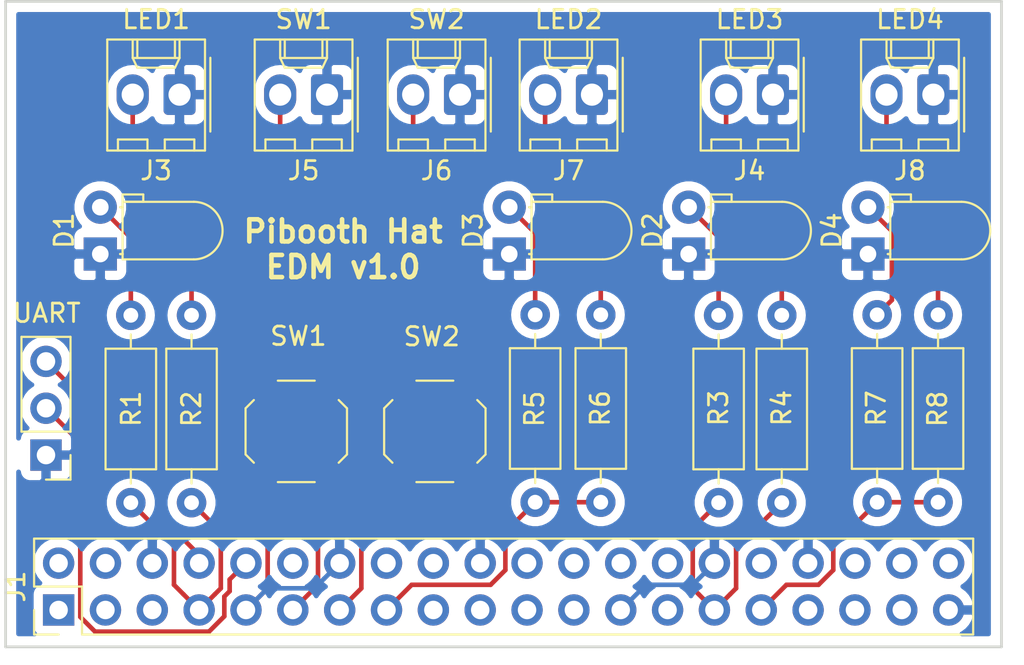
<source format=kicad_pcb>
(kicad_pcb (version 20171130) (host pcbnew 5.0.2-bee76a0~70~ubuntu18.04.1)

  (general
    (thickness 1.6)
    (drawings 5)
    (tracks 101)
    (zones 0)
    (modules 22)
    (nets 42)
  )

  (page A4)
  (title_block
    (title Pibooth)
    (date 2019-02-22)
    (rev A)
  )

  (layers
    (0 F.Cu signal)
    (31 B.Cu signal)
    (32 B.Adhes user)
    (33 F.Adhes user)
    (34 B.Paste user)
    (35 F.Paste user)
    (36 B.SilkS user)
    (37 F.SilkS user)
    (38 B.Mask user)
    (39 F.Mask user)
    (40 Dwgs.User user)
    (41 Cmts.User user)
    (42 Eco1.User user)
    (43 Eco2.User user)
    (44 Edge.Cuts user)
    (45 Margin user)
    (46 B.CrtYd user)
    (47 F.CrtYd user)
    (48 B.Fab user)
    (49 F.Fab user)
  )

  (setup
    (last_trace_width 0.25)
    (trace_clearance 0.2)
    (zone_clearance 0.5)
    (zone_45_only no)
    (trace_min 0.2)
    (segment_width 0.2)
    (edge_width 0.15)
    (via_size 0.8)
    (via_drill 0.4)
    (via_min_size 0.4)
    (via_min_drill 0.3)
    (uvia_size 0.3)
    (uvia_drill 0.1)
    (uvias_allowed no)
    (uvia_min_size 0.2)
    (uvia_min_drill 0.1)
    (pcb_text_width 0.3)
    (pcb_text_size 1.5 1.5)
    (mod_edge_width 0.15)
    (mod_text_size 1 1)
    (mod_text_width 0.15)
    (pad_size 1.524 1.524)
    (pad_drill 0.762)
    (pad_to_mask_clearance 0.051)
    (solder_mask_min_width 0.25)
    (aux_axis_origin 0 0)
    (visible_elements FFFFFF7F)
    (pcbplotparams
      (layerselection 0x010fc_ffffffff)
      (usegerberextensions false)
      (usegerberattributes false)
      (usegerberadvancedattributes false)
      (creategerberjobfile false)
      (excludeedgelayer true)
      (linewidth 0.100000)
      (plotframeref false)
      (viasonmask false)
      (mode 1)
      (useauxorigin false)
      (hpglpennumber 1)
      (hpglpenspeed 20)
      (hpglpendiameter 15.000000)
      (psnegative false)
      (psa4output false)
      (plotreference true)
      (plotvalue true)
      (plotinvisibletext false)
      (padsonsilk false)
      (subtractmaskfromsilk false)
      (outputformat 1)
      (mirror false)
      (drillshape 0)
      (scaleselection 1)
      (outputdirectory "out/"))
  )

  (net 0 "")
  (net 1 "Net-(D1-Pad2)")
  (net 2 GND)
  (net 3 "Net-(D2-Pad2)")
  (net 4 "Net-(D3-Pad2)")
  (net 5 "Net-(D4-Pad2)")
  (net 6 "Net-(J1-Pad1)")
  (net 7 "Net-(J1-Pad2)")
  (net 8 "Net-(J1-Pad3)")
  (net 9 "Net-(J1-Pad4)")
  (net 10 "Net-(J1-Pad5)")
  (net 11 /LED1)
  (net 12 /UART_TX)
  (net 13 /UART_RX)
  (net 14 /BUTTON1)
  (net 15 "Net-(J1-Pad12)")
  (net 16 /BUTTON2)
  (net 17 /LED2)
  (net 18 "Net-(J1-Pad16)")
  (net 19 "Net-(J1-Pad17)")
  (net 20 "Net-(J1-Pad18)")
  (net 21 "Net-(J1-Pad19)")
  (net 22 "Net-(J1-Pad21)")
  (net 23 "Net-(J1-Pad22)")
  (net 24 "Net-(J1-Pad23)")
  (net 25 "Net-(J1-Pad24)")
  (net 26 "Net-(J1-Pad26)")
  (net 27 "Net-(J1-Pad27)")
  (net 28 "Net-(J1-Pad28)")
  (net 29 /LED3)
  (net 30 /LED4)
  (net 31 "Net-(J1-Pad32)")
  (net 32 "Net-(J1-Pad33)")
  (net 33 "Net-(J1-Pad35)")
  (net 34 "Net-(J1-Pad36)")
  (net 35 "Net-(J1-Pad37)")
  (net 36 "Net-(J1-Pad38)")
  (net 37 "Net-(J1-Pad40)")
  (net 38 "Net-(J3-Pad2)")
  (net 39 "Net-(J4-Pad2)")
  (net 40 "Net-(J7-Pad2)")
  (net 41 "Net-(J8-Pad2)")

  (net_class Default "This is the default net class."
    (clearance 0.2)
    (trace_width 0.25)
    (via_dia 0.8)
    (via_drill 0.4)
    (uvia_dia 0.3)
    (uvia_drill 0.1)
    (add_net /BUTTON1)
    (add_net /BUTTON2)
    (add_net /LED1)
    (add_net /LED2)
    (add_net /LED3)
    (add_net /LED4)
    (add_net /UART_RX)
    (add_net /UART_TX)
    (add_net GND)
    (add_net "Net-(D1-Pad2)")
    (add_net "Net-(D2-Pad2)")
    (add_net "Net-(D3-Pad2)")
    (add_net "Net-(D4-Pad2)")
    (add_net "Net-(J1-Pad1)")
    (add_net "Net-(J1-Pad12)")
    (add_net "Net-(J1-Pad16)")
    (add_net "Net-(J1-Pad17)")
    (add_net "Net-(J1-Pad18)")
    (add_net "Net-(J1-Pad19)")
    (add_net "Net-(J1-Pad2)")
    (add_net "Net-(J1-Pad21)")
    (add_net "Net-(J1-Pad22)")
    (add_net "Net-(J1-Pad23)")
    (add_net "Net-(J1-Pad24)")
    (add_net "Net-(J1-Pad26)")
    (add_net "Net-(J1-Pad27)")
    (add_net "Net-(J1-Pad28)")
    (add_net "Net-(J1-Pad3)")
    (add_net "Net-(J1-Pad32)")
    (add_net "Net-(J1-Pad33)")
    (add_net "Net-(J1-Pad35)")
    (add_net "Net-(J1-Pad36)")
    (add_net "Net-(J1-Pad37)")
    (add_net "Net-(J1-Pad38)")
    (add_net "Net-(J1-Pad4)")
    (add_net "Net-(J1-Pad40)")
    (add_net "Net-(J1-Pad5)")
    (add_net "Net-(J3-Pad2)")
    (add_net "Net-(J4-Pad2)")
    (add_net "Net-(J7-Pad2)")
    (add_net "Net-(J8-Pad2)")
  )

  (module LED_THT:LED_D3.0mm_Horizontal_O1.27mm_Z2.0mm_Clear (layer F.Cu) (tedit 5A6C9E1C) (tstamp 5C74091C)
    (at 117.13464 91.69908 90)
    (descr "LED, diameter 3.0mm z-position of LED center 2.0mm, 2 pins")
    (tags "LED diameter 3.0mm z-position of LED center 2.0mm 2 pins")
    (path /5C6EF0F2)
    (fp_text reference D1 (at 1.27 -1.96 90) (layer F.SilkS)
      (effects (font (size 1 1) (thickness 0.15)))
    )
    (fp_text value LED1 (at 1.27 7.63 90) (layer F.Fab)
      (effects (font (size 1 1) (thickness 0.15)))
    )
    (fp_arc (start 1.27 5.07) (end -0.29 5.07) (angle -180) (layer F.SilkS) (width 0.12))
    (fp_arc (start 1.27 5.07) (end -0.23 5.07) (angle -180) (layer F.Fab) (width 0.1))
    (fp_line (start 3.75 -1.25) (end -1.25 -1.25) (layer F.CrtYd) (width 0.05))
    (fp_line (start 3.75 6.9) (end 3.75 -1.25) (layer F.CrtYd) (width 0.05))
    (fp_line (start -1.25 6.9) (end 3.75 6.9) (layer F.CrtYd) (width 0.05))
    (fp_line (start -1.25 -1.25) (end -1.25 6.9) (layer F.CrtYd) (width 0.05))
    (fp_line (start 2.54 1.08) (end 2.54 1.08) (layer F.SilkS) (width 0.12))
    (fp_line (start 2.54 1.21) (end 2.54 1.08) (layer F.SilkS) (width 0.12))
    (fp_line (start 2.54 1.21) (end 2.54 1.21) (layer F.SilkS) (width 0.12))
    (fp_line (start 2.54 1.08) (end 2.54 1.21) (layer F.SilkS) (width 0.12))
    (fp_line (start 0 1.08) (end 0 1.08) (layer F.SilkS) (width 0.12))
    (fp_line (start 0 1.21) (end 0 1.08) (layer F.SilkS) (width 0.12))
    (fp_line (start 0 1.21) (end 0 1.21) (layer F.SilkS) (width 0.12))
    (fp_line (start 0 1.08) (end 0 1.21) (layer F.SilkS) (width 0.12))
    (fp_line (start 2.83 1.21) (end 3.23 1.21) (layer F.SilkS) (width 0.12))
    (fp_line (start 2.83 2.33) (end 2.83 1.21) (layer F.SilkS) (width 0.12))
    (fp_line (start 3.23 2.33) (end 2.83 2.33) (layer F.SilkS) (width 0.12))
    (fp_line (start 3.23 1.21) (end 3.23 2.33) (layer F.SilkS) (width 0.12))
    (fp_line (start -0.29 1.21) (end 2.83 1.21) (layer F.SilkS) (width 0.12))
    (fp_line (start 2.83 1.21) (end 2.83 5.07) (layer F.SilkS) (width 0.12))
    (fp_line (start -0.29 1.21) (end -0.29 5.07) (layer F.SilkS) (width 0.12))
    (fp_line (start 2.54 0) (end 2.54 0) (layer F.Fab) (width 0.1))
    (fp_line (start 2.54 1.27) (end 2.54 0) (layer F.Fab) (width 0.1))
    (fp_line (start 2.54 1.27) (end 2.54 1.27) (layer F.Fab) (width 0.1))
    (fp_line (start 2.54 0) (end 2.54 1.27) (layer F.Fab) (width 0.1))
    (fp_line (start 0 0) (end 0 0) (layer F.Fab) (width 0.1))
    (fp_line (start 0 1.27) (end 0 0) (layer F.Fab) (width 0.1))
    (fp_line (start 0 1.27) (end 0 1.27) (layer F.Fab) (width 0.1))
    (fp_line (start 0 0) (end 0 1.27) (layer F.Fab) (width 0.1))
    (fp_line (start 2.77 1.27) (end 3.17 1.27) (layer F.Fab) (width 0.1))
    (fp_line (start 2.77 2.27) (end 2.77 1.27) (layer F.Fab) (width 0.1))
    (fp_line (start 3.17 2.27) (end 2.77 2.27) (layer F.Fab) (width 0.1))
    (fp_line (start 3.17 1.27) (end 3.17 2.27) (layer F.Fab) (width 0.1))
    (fp_line (start -0.23 1.27) (end 2.77 1.27) (layer F.Fab) (width 0.1))
    (fp_line (start 2.77 1.27) (end 2.77 5.07) (layer F.Fab) (width 0.1))
    (fp_line (start -0.23 1.27) (end -0.23 5.07) (layer F.Fab) (width 0.1))
    (fp_text user %R (at 1.27 0 90) (layer F.Fab)
      (effects (font (size 1 1) (thickness 0.15)))
    )
    (pad 2 thru_hole circle (at 2.54 0 90) (size 1.8 1.8) (drill 0.9) (layers *.Cu *.Mask)
      (net 1 "Net-(D1-Pad2)"))
    (pad 1 thru_hole rect (at 0 0 90) (size 1.8 1.8) (drill 0.9) (layers *.Cu *.Mask)
      (net 2 GND))
    (model ${KISYS3DMOD}/LED_THT.3dshapes/LED_D3.0mm_Horizontal_O1.27mm_Z2.0mm_Clear.wrl
      (at (xyz 0 0 0))
      (scale (xyz 1 1 1))
      (rotate (xyz 0 0 0))
    )
  )

  (module LED_THT:LED_D3.0mm_Horizontal_O1.27mm_Z2.0mm_Clear (layer F.Cu) (tedit 5A6C9E1C) (tstamp 5C7403CF)
    (at 149.03704 91.69908 90)
    (descr "LED, diameter 3.0mm z-position of LED center 2.0mm, 2 pins")
    (tags "LED diameter 3.0mm z-position of LED center 2.0mm 2 pins")
    (path /5C706775)
    (fp_text reference D2 (at 1.27 -1.96 90) (layer F.SilkS)
      (effects (font (size 1 1) (thickness 0.15)))
    )
    (fp_text value LED3 (at 1.27 7.63 90) (layer F.Fab)
      (effects (font (size 1 1) (thickness 0.15)))
    )
    (fp_text user %R (at 1.27 0 90) (layer F.Fab)
      (effects (font (size 1 1) (thickness 0.15)))
    )
    (fp_line (start -0.23 1.27) (end -0.23 5.07) (layer F.Fab) (width 0.1))
    (fp_line (start 2.77 1.27) (end 2.77 5.07) (layer F.Fab) (width 0.1))
    (fp_line (start -0.23 1.27) (end 2.77 1.27) (layer F.Fab) (width 0.1))
    (fp_line (start 3.17 1.27) (end 3.17 2.27) (layer F.Fab) (width 0.1))
    (fp_line (start 3.17 2.27) (end 2.77 2.27) (layer F.Fab) (width 0.1))
    (fp_line (start 2.77 2.27) (end 2.77 1.27) (layer F.Fab) (width 0.1))
    (fp_line (start 2.77 1.27) (end 3.17 1.27) (layer F.Fab) (width 0.1))
    (fp_line (start 0 0) (end 0 1.27) (layer F.Fab) (width 0.1))
    (fp_line (start 0 1.27) (end 0 1.27) (layer F.Fab) (width 0.1))
    (fp_line (start 0 1.27) (end 0 0) (layer F.Fab) (width 0.1))
    (fp_line (start 0 0) (end 0 0) (layer F.Fab) (width 0.1))
    (fp_line (start 2.54 0) (end 2.54 1.27) (layer F.Fab) (width 0.1))
    (fp_line (start 2.54 1.27) (end 2.54 1.27) (layer F.Fab) (width 0.1))
    (fp_line (start 2.54 1.27) (end 2.54 0) (layer F.Fab) (width 0.1))
    (fp_line (start 2.54 0) (end 2.54 0) (layer F.Fab) (width 0.1))
    (fp_line (start -0.29 1.21) (end -0.29 5.07) (layer F.SilkS) (width 0.12))
    (fp_line (start 2.83 1.21) (end 2.83 5.07) (layer F.SilkS) (width 0.12))
    (fp_line (start -0.29 1.21) (end 2.83 1.21) (layer F.SilkS) (width 0.12))
    (fp_line (start 3.23 1.21) (end 3.23 2.33) (layer F.SilkS) (width 0.12))
    (fp_line (start 3.23 2.33) (end 2.83 2.33) (layer F.SilkS) (width 0.12))
    (fp_line (start 2.83 2.33) (end 2.83 1.21) (layer F.SilkS) (width 0.12))
    (fp_line (start 2.83 1.21) (end 3.23 1.21) (layer F.SilkS) (width 0.12))
    (fp_line (start 0 1.08) (end 0 1.21) (layer F.SilkS) (width 0.12))
    (fp_line (start 0 1.21) (end 0 1.21) (layer F.SilkS) (width 0.12))
    (fp_line (start 0 1.21) (end 0 1.08) (layer F.SilkS) (width 0.12))
    (fp_line (start 0 1.08) (end 0 1.08) (layer F.SilkS) (width 0.12))
    (fp_line (start 2.54 1.08) (end 2.54 1.21) (layer F.SilkS) (width 0.12))
    (fp_line (start 2.54 1.21) (end 2.54 1.21) (layer F.SilkS) (width 0.12))
    (fp_line (start 2.54 1.21) (end 2.54 1.08) (layer F.SilkS) (width 0.12))
    (fp_line (start 2.54 1.08) (end 2.54 1.08) (layer F.SilkS) (width 0.12))
    (fp_line (start -1.25 -1.25) (end -1.25 6.9) (layer F.CrtYd) (width 0.05))
    (fp_line (start -1.25 6.9) (end 3.75 6.9) (layer F.CrtYd) (width 0.05))
    (fp_line (start 3.75 6.9) (end 3.75 -1.25) (layer F.CrtYd) (width 0.05))
    (fp_line (start 3.75 -1.25) (end -1.25 -1.25) (layer F.CrtYd) (width 0.05))
    (fp_arc (start 1.27 5.07) (end -0.23 5.07) (angle -180) (layer F.Fab) (width 0.1))
    (fp_arc (start 1.27 5.07) (end -0.29 5.07) (angle -180) (layer F.SilkS) (width 0.12))
    (pad 1 thru_hole rect (at 0 0 90) (size 1.8 1.8) (drill 0.9) (layers *.Cu *.Mask)
      (net 2 GND))
    (pad 2 thru_hole circle (at 2.54 0 90) (size 1.8 1.8) (drill 0.9) (layers *.Cu *.Mask)
      (net 3 "Net-(D2-Pad2)"))
    (model ${KISYS3DMOD}/LED_THT.3dshapes/LED_D3.0mm_Horizontal_O1.27mm_Z2.0mm_Clear.wrl
      (at (xyz 0 0 0))
      (scale (xyz 1 1 1))
      (rotate (xyz 0 0 0))
    )
  )

  (module LED_THT:LED_D3.0mm_Horizontal_O1.27mm_Z2.0mm_Clear (layer F.Cu) (tedit 5A6C9E1C) (tstamp 5C740351)
    (at 139.30884 91.69908 90)
    (descr "LED, diameter 3.0mm z-position of LED center 2.0mm, 2 pins")
    (tags "LED diameter 3.0mm z-position of LED center 2.0mm 2 pins")
    (path /5C705E8D)
    (fp_text reference D3 (at 1.27 -1.96 90) (layer F.SilkS)
      (effects (font (size 1 1) (thickness 0.15)))
    )
    (fp_text value LED2 (at 1.27 7.63 90) (layer F.Fab)
      (effects (font (size 1 1) (thickness 0.15)))
    )
    (fp_text user %R (at 1.27 0 90) (layer F.Fab)
      (effects (font (size 1 1) (thickness 0.15)))
    )
    (fp_line (start -0.23 1.27) (end -0.23 5.07) (layer F.Fab) (width 0.1))
    (fp_line (start 2.77 1.27) (end 2.77 5.07) (layer F.Fab) (width 0.1))
    (fp_line (start -0.23 1.27) (end 2.77 1.27) (layer F.Fab) (width 0.1))
    (fp_line (start 3.17 1.27) (end 3.17 2.27) (layer F.Fab) (width 0.1))
    (fp_line (start 3.17 2.27) (end 2.77 2.27) (layer F.Fab) (width 0.1))
    (fp_line (start 2.77 2.27) (end 2.77 1.27) (layer F.Fab) (width 0.1))
    (fp_line (start 2.77 1.27) (end 3.17 1.27) (layer F.Fab) (width 0.1))
    (fp_line (start 0 0) (end 0 1.27) (layer F.Fab) (width 0.1))
    (fp_line (start 0 1.27) (end 0 1.27) (layer F.Fab) (width 0.1))
    (fp_line (start 0 1.27) (end 0 0) (layer F.Fab) (width 0.1))
    (fp_line (start 0 0) (end 0 0) (layer F.Fab) (width 0.1))
    (fp_line (start 2.54 0) (end 2.54 1.27) (layer F.Fab) (width 0.1))
    (fp_line (start 2.54 1.27) (end 2.54 1.27) (layer F.Fab) (width 0.1))
    (fp_line (start 2.54 1.27) (end 2.54 0) (layer F.Fab) (width 0.1))
    (fp_line (start 2.54 0) (end 2.54 0) (layer F.Fab) (width 0.1))
    (fp_line (start -0.29 1.21) (end -0.29 5.07) (layer F.SilkS) (width 0.12))
    (fp_line (start 2.83 1.21) (end 2.83 5.07) (layer F.SilkS) (width 0.12))
    (fp_line (start -0.29 1.21) (end 2.83 1.21) (layer F.SilkS) (width 0.12))
    (fp_line (start 3.23 1.21) (end 3.23 2.33) (layer F.SilkS) (width 0.12))
    (fp_line (start 3.23 2.33) (end 2.83 2.33) (layer F.SilkS) (width 0.12))
    (fp_line (start 2.83 2.33) (end 2.83 1.21) (layer F.SilkS) (width 0.12))
    (fp_line (start 2.83 1.21) (end 3.23 1.21) (layer F.SilkS) (width 0.12))
    (fp_line (start 0 1.08) (end 0 1.21) (layer F.SilkS) (width 0.12))
    (fp_line (start 0 1.21) (end 0 1.21) (layer F.SilkS) (width 0.12))
    (fp_line (start 0 1.21) (end 0 1.08) (layer F.SilkS) (width 0.12))
    (fp_line (start 0 1.08) (end 0 1.08) (layer F.SilkS) (width 0.12))
    (fp_line (start 2.54 1.08) (end 2.54 1.21) (layer F.SilkS) (width 0.12))
    (fp_line (start 2.54 1.21) (end 2.54 1.21) (layer F.SilkS) (width 0.12))
    (fp_line (start 2.54 1.21) (end 2.54 1.08) (layer F.SilkS) (width 0.12))
    (fp_line (start 2.54 1.08) (end 2.54 1.08) (layer F.SilkS) (width 0.12))
    (fp_line (start -1.25 -1.25) (end -1.25 6.9) (layer F.CrtYd) (width 0.05))
    (fp_line (start -1.25 6.9) (end 3.75 6.9) (layer F.CrtYd) (width 0.05))
    (fp_line (start 3.75 6.9) (end 3.75 -1.25) (layer F.CrtYd) (width 0.05))
    (fp_line (start 3.75 -1.25) (end -1.25 -1.25) (layer F.CrtYd) (width 0.05))
    (fp_arc (start 1.27 5.07) (end -0.23 5.07) (angle -180) (layer F.Fab) (width 0.1))
    (fp_arc (start 1.27 5.07) (end -0.29 5.07) (angle -180) (layer F.SilkS) (width 0.12))
    (pad 1 thru_hole rect (at 0 0 90) (size 1.8 1.8) (drill 0.9) (layers *.Cu *.Mask)
      (net 2 GND))
    (pad 2 thru_hole circle (at 2.54 0 90) (size 1.8 1.8) (drill 0.9) (layers *.Cu *.Mask)
      (net 4 "Net-(D3-Pad2)"))
    (model ${KISYS3DMOD}/LED_THT.3dshapes/LED_D3.0mm_Horizontal_O1.27mm_Z2.0mm_Clear.wrl
      (at (xyz 0 0 0))
      (scale (xyz 1 1 1))
      (rotate (xyz 0 0 0))
    )
  )

  (module LED_THT:LED_D3.0mm_Horizontal_O1.27mm_Z2.0mm_Clear (layer F.Cu) (tedit 5A6C9E1C) (tstamp 5C7402D3)
    (at 158.76016 91.69908 90)
    (descr "LED, diameter 3.0mm z-position of LED center 2.0mm, 2 pins")
    (tags "LED diameter 3.0mm z-position of LED center 2.0mm 2 pins")
    (path /5C7067A0)
    (fp_text reference D4 (at 1.27 -1.96 90) (layer F.SilkS)
      (effects (font (size 1 1) (thickness 0.15)))
    )
    (fp_text value LED4 (at 1.27 7.63 90) (layer F.Fab)
      (effects (font (size 1 1) (thickness 0.15)))
    )
    (fp_arc (start 1.27 5.07) (end -0.29 5.07) (angle -180) (layer F.SilkS) (width 0.12))
    (fp_arc (start 1.27 5.07) (end -0.23 5.07) (angle -180) (layer F.Fab) (width 0.1))
    (fp_line (start 3.75 -1.25) (end -1.25 -1.25) (layer F.CrtYd) (width 0.05))
    (fp_line (start 3.75 6.9) (end 3.75 -1.25) (layer F.CrtYd) (width 0.05))
    (fp_line (start -1.25 6.9) (end 3.75 6.9) (layer F.CrtYd) (width 0.05))
    (fp_line (start -1.25 -1.25) (end -1.25 6.9) (layer F.CrtYd) (width 0.05))
    (fp_line (start 2.54 1.08) (end 2.54 1.08) (layer F.SilkS) (width 0.12))
    (fp_line (start 2.54 1.21) (end 2.54 1.08) (layer F.SilkS) (width 0.12))
    (fp_line (start 2.54 1.21) (end 2.54 1.21) (layer F.SilkS) (width 0.12))
    (fp_line (start 2.54 1.08) (end 2.54 1.21) (layer F.SilkS) (width 0.12))
    (fp_line (start 0 1.08) (end 0 1.08) (layer F.SilkS) (width 0.12))
    (fp_line (start 0 1.21) (end 0 1.08) (layer F.SilkS) (width 0.12))
    (fp_line (start 0 1.21) (end 0 1.21) (layer F.SilkS) (width 0.12))
    (fp_line (start 0 1.08) (end 0 1.21) (layer F.SilkS) (width 0.12))
    (fp_line (start 2.83 1.21) (end 3.23 1.21) (layer F.SilkS) (width 0.12))
    (fp_line (start 2.83 2.33) (end 2.83 1.21) (layer F.SilkS) (width 0.12))
    (fp_line (start 3.23 2.33) (end 2.83 2.33) (layer F.SilkS) (width 0.12))
    (fp_line (start 3.23 1.21) (end 3.23 2.33) (layer F.SilkS) (width 0.12))
    (fp_line (start -0.29 1.21) (end 2.83 1.21) (layer F.SilkS) (width 0.12))
    (fp_line (start 2.83 1.21) (end 2.83 5.07) (layer F.SilkS) (width 0.12))
    (fp_line (start -0.29 1.21) (end -0.29 5.07) (layer F.SilkS) (width 0.12))
    (fp_line (start 2.54 0) (end 2.54 0) (layer F.Fab) (width 0.1))
    (fp_line (start 2.54 1.27) (end 2.54 0) (layer F.Fab) (width 0.1))
    (fp_line (start 2.54 1.27) (end 2.54 1.27) (layer F.Fab) (width 0.1))
    (fp_line (start 2.54 0) (end 2.54 1.27) (layer F.Fab) (width 0.1))
    (fp_line (start 0 0) (end 0 0) (layer F.Fab) (width 0.1))
    (fp_line (start 0 1.27) (end 0 0) (layer F.Fab) (width 0.1))
    (fp_line (start 0 1.27) (end 0 1.27) (layer F.Fab) (width 0.1))
    (fp_line (start 0 0) (end 0 1.27) (layer F.Fab) (width 0.1))
    (fp_line (start 2.77 1.27) (end 3.17 1.27) (layer F.Fab) (width 0.1))
    (fp_line (start 2.77 2.27) (end 2.77 1.27) (layer F.Fab) (width 0.1))
    (fp_line (start 3.17 2.27) (end 2.77 2.27) (layer F.Fab) (width 0.1))
    (fp_line (start 3.17 1.27) (end 3.17 2.27) (layer F.Fab) (width 0.1))
    (fp_line (start -0.23 1.27) (end 2.77 1.27) (layer F.Fab) (width 0.1))
    (fp_line (start 2.77 1.27) (end 2.77 5.07) (layer F.Fab) (width 0.1))
    (fp_line (start -0.23 1.27) (end -0.23 5.07) (layer F.Fab) (width 0.1))
    (fp_text user %R (at 1.27 0 90) (layer F.Fab)
      (effects (font (size 1 1) (thickness 0.15)))
    )
    (pad 2 thru_hole circle (at 2.54 0 90) (size 1.8 1.8) (drill 0.9) (layers *.Cu *.Mask)
      (net 5 "Net-(D4-Pad2)"))
    (pad 1 thru_hole rect (at 0 0 90) (size 1.8 1.8) (drill 0.9) (layers *.Cu *.Mask)
      (net 2 GND))
    (model ${KISYS3DMOD}/LED_THT.3dshapes/LED_D3.0mm_Horizontal_O1.27mm_Z2.0mm_Clear.wrl
      (at (xyz 0 0 0))
      (scale (xyz 1 1 1))
      (rotate (xyz 0 0 0))
    )
  )

  (module Connector_PinHeader_2.54mm:PinHeader_2x20_P2.54mm_Vertical (layer F.Cu) (tedit 59FED5CC) (tstamp 5C73E203)
    (at 114.875 111 90)
    (descr "Through hole straight pin header, 2x20, 2.54mm pitch, double rows")
    (tags "Through hole pin header THT 2x20 2.54mm double row")
    (path /5C6EE7C3)
    (fp_text reference J1 (at 1.27 -2.33 90) (layer F.SilkS)
      (effects (font (size 1 1) (thickness 0.15)))
    )
    (fp_text value Rasbpberry (at 1.27 50.59 90) (layer F.Fab)
      (effects (font (size 1 1) (thickness 0.15)))
    )
    (fp_line (start 0 -1.27) (end 3.81 -1.27) (layer F.Fab) (width 0.1))
    (fp_line (start 3.81 -1.27) (end 3.81 49.53) (layer F.Fab) (width 0.1))
    (fp_line (start 3.81 49.53) (end -1.27 49.53) (layer F.Fab) (width 0.1))
    (fp_line (start -1.27 49.53) (end -1.27 0) (layer F.Fab) (width 0.1))
    (fp_line (start -1.27 0) (end 0 -1.27) (layer F.Fab) (width 0.1))
    (fp_line (start -1.33 49.59) (end 3.87 49.59) (layer F.SilkS) (width 0.12))
    (fp_line (start -1.33 1.27) (end -1.33 49.59) (layer F.SilkS) (width 0.12))
    (fp_line (start 3.87 -1.33) (end 3.87 49.59) (layer F.SilkS) (width 0.12))
    (fp_line (start -1.33 1.27) (end 1.27 1.27) (layer F.SilkS) (width 0.12))
    (fp_line (start 1.27 1.27) (end 1.27 -1.33) (layer F.SilkS) (width 0.12))
    (fp_line (start 1.27 -1.33) (end 3.87 -1.33) (layer F.SilkS) (width 0.12))
    (fp_line (start -1.33 0) (end -1.33 -1.33) (layer F.SilkS) (width 0.12))
    (fp_line (start -1.33 -1.33) (end 0 -1.33) (layer F.SilkS) (width 0.12))
    (fp_line (start -1.8 -1.8) (end -1.8 50.05) (layer F.CrtYd) (width 0.05))
    (fp_line (start -1.8 50.05) (end 4.35 50.05) (layer F.CrtYd) (width 0.05))
    (fp_line (start 4.35 50.05) (end 4.35 -1.8) (layer F.CrtYd) (width 0.05))
    (fp_line (start 4.35 -1.8) (end -1.8 -1.8) (layer F.CrtYd) (width 0.05))
    (fp_text user %R (at 1.27 24.13 180) (layer F.Fab)
      (effects (font (size 1 1) (thickness 0.15)))
    )
    (pad 1 thru_hole rect (at 0 0 90) (size 1.7 1.7) (drill 1) (layers *.Cu *.Mask)
      (net 6 "Net-(J1-Pad1)"))
    (pad 2 thru_hole oval (at 2.54 0 90) (size 1.7 1.7) (drill 1) (layers *.Cu *.Mask)
      (net 7 "Net-(J1-Pad2)"))
    (pad 3 thru_hole oval (at 0 2.54 90) (size 1.7 1.7) (drill 1) (layers *.Cu *.Mask)
      (net 8 "Net-(J1-Pad3)"))
    (pad 4 thru_hole oval (at 2.54 2.54 90) (size 1.7 1.7) (drill 1) (layers *.Cu *.Mask)
      (net 9 "Net-(J1-Pad4)"))
    (pad 5 thru_hole oval (at 0 5.08 90) (size 1.7 1.7) (drill 1) (layers *.Cu *.Mask)
      (net 10 "Net-(J1-Pad5)"))
    (pad 6 thru_hole oval (at 2.54 5.08 90) (size 1.7 1.7) (drill 1) (layers *.Cu *.Mask)
      (net 2 GND))
    (pad 7 thru_hole oval (at 0 7.62 90) (size 1.7 1.7) (drill 1) (layers *.Cu *.Mask)
      (net 11 /LED1))
    (pad 8 thru_hole oval (at 2.54 7.62 90) (size 1.7 1.7) (drill 1) (layers *.Cu *.Mask)
      (net 12 /UART_TX))
    (pad 9 thru_hole oval (at 0 10.16 90) (size 1.7 1.7) (drill 1) (layers *.Cu *.Mask)
      (net 2 GND))
    (pad 10 thru_hole oval (at 2.54 10.16 90) (size 1.7 1.7) (drill 1) (layers *.Cu *.Mask)
      (net 13 /UART_RX))
    (pad 11 thru_hole oval (at 0 12.7 90) (size 1.7 1.7) (drill 1) (layers *.Cu *.Mask)
      (net 14 /BUTTON1))
    (pad 12 thru_hole oval (at 2.54 12.7 90) (size 1.7 1.7) (drill 1) (layers *.Cu *.Mask)
      (net 15 "Net-(J1-Pad12)"))
    (pad 13 thru_hole oval (at 0 15.24 90) (size 1.7 1.7) (drill 1) (layers *.Cu *.Mask)
      (net 16 /BUTTON2))
    (pad 14 thru_hole oval (at 2.54 15.24 90) (size 1.7 1.7) (drill 1) (layers *.Cu *.Mask)
      (net 2 GND))
    (pad 15 thru_hole oval (at 0 17.78 90) (size 1.7 1.7) (drill 1) (layers *.Cu *.Mask)
      (net 17 /LED2))
    (pad 16 thru_hole oval (at 2.54 17.78 90) (size 1.7 1.7) (drill 1) (layers *.Cu *.Mask)
      (net 18 "Net-(J1-Pad16)"))
    (pad 17 thru_hole oval (at 0 20.32 90) (size 1.7 1.7) (drill 1) (layers *.Cu *.Mask)
      (net 19 "Net-(J1-Pad17)"))
    (pad 18 thru_hole oval (at 2.54 20.32 90) (size 1.7 1.7) (drill 1) (layers *.Cu *.Mask)
      (net 20 "Net-(J1-Pad18)"))
    (pad 19 thru_hole oval (at 0 22.86 90) (size 1.7 1.7) (drill 1) (layers *.Cu *.Mask)
      (net 21 "Net-(J1-Pad19)"))
    (pad 20 thru_hole oval (at 2.54 22.86 90) (size 1.7 1.7) (drill 1) (layers *.Cu *.Mask)
      (net 2 GND))
    (pad 21 thru_hole oval (at 0 25.4 90) (size 1.7 1.7) (drill 1) (layers *.Cu *.Mask)
      (net 22 "Net-(J1-Pad21)"))
    (pad 22 thru_hole oval (at 2.54 25.4 90) (size 1.7 1.7) (drill 1) (layers *.Cu *.Mask)
      (net 23 "Net-(J1-Pad22)"))
    (pad 23 thru_hole oval (at 0 27.94 90) (size 1.7 1.7) (drill 1) (layers *.Cu *.Mask)
      (net 24 "Net-(J1-Pad23)"))
    (pad 24 thru_hole oval (at 2.54 27.94 90) (size 1.7 1.7) (drill 1) (layers *.Cu *.Mask)
      (net 25 "Net-(J1-Pad24)"))
    (pad 25 thru_hole oval (at 0 30.48 90) (size 1.7 1.7) (drill 1) (layers *.Cu *.Mask)
      (net 2 GND))
    (pad 26 thru_hole oval (at 2.54 30.48 90) (size 1.7 1.7) (drill 1) (layers *.Cu *.Mask)
      (net 26 "Net-(J1-Pad26)"))
    (pad 27 thru_hole oval (at 0 33.02 90) (size 1.7 1.7) (drill 1) (layers *.Cu *.Mask)
      (net 27 "Net-(J1-Pad27)"))
    (pad 28 thru_hole oval (at 2.54 33.02 90) (size 1.7 1.7) (drill 1) (layers *.Cu *.Mask)
      (net 28 "Net-(J1-Pad28)"))
    (pad 29 thru_hole oval (at 0 35.56 90) (size 1.7 1.7) (drill 1) (layers *.Cu *.Mask)
      (net 29 /LED3))
    (pad 30 thru_hole oval (at 2.54 35.56 90) (size 1.7 1.7) (drill 1) (layers *.Cu *.Mask)
      (net 2 GND))
    (pad 31 thru_hole oval (at 0 38.1 90) (size 1.7 1.7) (drill 1) (layers *.Cu *.Mask)
      (net 30 /LED4))
    (pad 32 thru_hole oval (at 2.54 38.1 90) (size 1.7 1.7) (drill 1) (layers *.Cu *.Mask)
      (net 31 "Net-(J1-Pad32)"))
    (pad 33 thru_hole oval (at 0 40.64 90) (size 1.7 1.7) (drill 1) (layers *.Cu *.Mask)
      (net 32 "Net-(J1-Pad33)"))
    (pad 34 thru_hole oval (at 2.54 40.64 90) (size 1.7 1.7) (drill 1) (layers *.Cu *.Mask)
      (net 2 GND))
    (pad 35 thru_hole oval (at 0 43.18 90) (size 1.7 1.7) (drill 1) (layers *.Cu *.Mask)
      (net 33 "Net-(J1-Pad35)"))
    (pad 36 thru_hole oval (at 2.54 43.18 90) (size 1.7 1.7) (drill 1) (layers *.Cu *.Mask)
      (net 34 "Net-(J1-Pad36)"))
    (pad 37 thru_hole oval (at 0 45.72 90) (size 1.7 1.7) (drill 1) (layers *.Cu *.Mask)
      (net 35 "Net-(J1-Pad37)"))
    (pad 38 thru_hole oval (at 2.54 45.72 90) (size 1.7 1.7) (drill 1) (layers *.Cu *.Mask)
      (net 36 "Net-(J1-Pad38)"))
    (pad 39 thru_hole oval (at 0 48.26 90) (size 1.7 1.7) (drill 1) (layers *.Cu *.Mask)
      (net 2 GND))
    (pad 40 thru_hole oval (at 2.54 48.26 90) (size 1.7 1.7) (drill 1) (layers *.Cu *.Mask)
      (net 37 "Net-(J1-Pad40)"))
    (model ${KISYS3DMOD}/Connector_PinHeader_2.54mm.3dshapes/PinHeader_2x20_P2.54mm_Vertical.wrl
      (at (xyz 0 0 0))
      (scale (xyz 1 1 1))
      (rotate (xyz 0 0 0))
    )
  )

  (module Connector_PinHeader_2.54mm:PinHeader_1x03_P2.54mm_Vertical (layer F.Cu) (tedit 5C73DE2A) (tstamp 5C73E21A)
    (at 114.19078 102.60076 180)
    (descr "Through hole straight pin header, 1x03, 2.54mm pitch, single row")
    (tags "Through hole pin header THT 1x03 2.54mm single row")
    (path /5C6FD8B7)
    (fp_text reference J2 (at 0.03556 -2.62128 180) (layer F.SilkS) hide
      (effects (font (size 1 1) (thickness 0.15)))
    )
    (fp_text value UART (at -0.04064 7.6962 180) (layer F.SilkS)
      (effects (font (size 1 1) (thickness 0.15)))
    )
    (fp_line (start -0.635 -1.27) (end 1.27 -1.27) (layer F.Fab) (width 0.1))
    (fp_line (start 1.27 -1.27) (end 1.27 6.35) (layer F.Fab) (width 0.1))
    (fp_line (start 1.27 6.35) (end -1.27 6.35) (layer F.Fab) (width 0.1))
    (fp_line (start -1.27 6.35) (end -1.27 -0.635) (layer F.Fab) (width 0.1))
    (fp_line (start -1.27 -0.635) (end -0.635 -1.27) (layer F.Fab) (width 0.1))
    (fp_line (start -1.33 6.41) (end 1.33 6.41) (layer F.SilkS) (width 0.12))
    (fp_line (start -1.33 1.27) (end -1.33 6.41) (layer F.SilkS) (width 0.12))
    (fp_line (start 1.33 1.27) (end 1.33 6.41) (layer F.SilkS) (width 0.12))
    (fp_line (start -1.33 1.27) (end 1.33 1.27) (layer F.SilkS) (width 0.12))
    (fp_line (start -1.33 0) (end -1.33 -1.33) (layer F.SilkS) (width 0.12))
    (fp_line (start -1.33 -1.33) (end 0 -1.33) (layer F.SilkS) (width 0.12))
    (fp_line (start -1.8 -1.8) (end -1.8 6.85) (layer F.CrtYd) (width 0.05))
    (fp_line (start -1.8 6.85) (end 1.8 6.85) (layer F.CrtYd) (width 0.05))
    (fp_line (start 1.8 6.85) (end 1.8 -1.8) (layer F.CrtYd) (width 0.05))
    (fp_line (start 1.8 -1.8) (end -1.8 -1.8) (layer F.CrtYd) (width 0.05))
    (fp_text user %R (at 0 2.54 270) (layer F.Fab)
      (effects (font (size 1 1) (thickness 0.15)))
    )
    (pad 1 thru_hole rect (at 0 0 180) (size 1.7 1.7) (drill 1) (layers *.Cu *.Mask)
      (net 2 GND))
    (pad 2 thru_hole oval (at 0 2.54 180) (size 1.7 1.7) (drill 1) (layers *.Cu *.Mask)
      (net 13 /UART_RX))
    (pad 3 thru_hole oval (at 0 5.08 180) (size 1.7 1.7) (drill 1) (layers *.Cu *.Mask)
      (net 12 /UART_TX))
    (model ${KISYS3DMOD}/Connector_PinHeader_2.54mm.3dshapes/PinHeader_1x03_P2.54mm_Vertical.wrl
      (at (xyz 0 0 0))
      (scale (xyz 1 1 1))
      (rotate (xyz 0 0 0))
    )
  )

  (module Connector_Molex:Molex_KK-254_AE-6410-02A_1x02_P2.54mm_Vertical (layer F.Cu) (tedit 5C73DCE3) (tstamp 5C74086A)
    (at 121.43232 83.058 180)
    (descr "Molex KK-254 Interconnect System, old/engineering part number: AE-6410-02A example for new part number: 22-27-2021, 2 Pins (http://www.molex.com/pdm_docs/sd/022272021_sd.pdf), generated with kicad-footprint-generator")
    (tags "connector Molex KK-254 side entry")
    (path /5C703324)
    (fp_text reference J3 (at 1.27 -4.12 180) (layer F.SilkS)
      (effects (font (size 1 1) (thickness 0.15)))
    )
    (fp_text value LED1 (at 1.27 4.08 180) (layer F.SilkS)
      (effects (font (size 1 1) (thickness 0.15)))
    )
    (fp_text user %R (at 1.27 -2.22 180) (layer F.Fab)
      (effects (font (size 1 1) (thickness 0.15)))
    )
    (fp_line (start 4.31 -3.42) (end -1.77 -3.42) (layer F.CrtYd) (width 0.05))
    (fp_line (start 4.31 3.38) (end 4.31 -3.42) (layer F.CrtYd) (width 0.05))
    (fp_line (start -1.77 3.38) (end 4.31 3.38) (layer F.CrtYd) (width 0.05))
    (fp_line (start -1.77 -3.42) (end -1.77 3.38) (layer F.CrtYd) (width 0.05))
    (fp_line (start 3.34 -2.43) (end 3.34 -3.03) (layer F.SilkS) (width 0.12))
    (fp_line (start 1.74 -2.43) (end 3.34 -2.43) (layer F.SilkS) (width 0.12))
    (fp_line (start 1.74 -3.03) (end 1.74 -2.43) (layer F.SilkS) (width 0.12))
    (fp_line (start 0.8 -2.43) (end 0.8 -3.03) (layer F.SilkS) (width 0.12))
    (fp_line (start -0.8 -2.43) (end 0.8 -2.43) (layer F.SilkS) (width 0.12))
    (fp_line (start -0.8 -3.03) (end -0.8 -2.43) (layer F.SilkS) (width 0.12))
    (fp_line (start 2.29 2.99) (end 2.29 1.99) (layer F.SilkS) (width 0.12))
    (fp_line (start 0.25 2.99) (end 0.25 1.99) (layer F.SilkS) (width 0.12))
    (fp_line (start 2.29 1.46) (end 2.54 1.99) (layer F.SilkS) (width 0.12))
    (fp_line (start 0.25 1.46) (end 2.29 1.46) (layer F.SilkS) (width 0.12))
    (fp_line (start 0 1.99) (end 0.25 1.46) (layer F.SilkS) (width 0.12))
    (fp_line (start 2.54 1.99) (end 2.54 2.99) (layer F.SilkS) (width 0.12))
    (fp_line (start 0 1.99) (end 2.54 1.99) (layer F.SilkS) (width 0.12))
    (fp_line (start 0 2.99) (end 0 1.99) (layer F.SilkS) (width 0.12))
    (fp_line (start -0.562893 0) (end -1.27 0.5) (layer F.Fab) (width 0.1))
    (fp_line (start -1.27 -0.5) (end -0.562893 0) (layer F.Fab) (width 0.1))
    (fp_line (start -1.67 -2) (end -1.67 2) (layer F.SilkS) (width 0.12))
    (fp_line (start 3.92 -3.03) (end -1.38 -3.03) (layer F.SilkS) (width 0.12))
    (fp_line (start 3.92 2.99) (end 3.92 -3.03) (layer F.SilkS) (width 0.12))
    (fp_line (start -1.38 2.99) (end 3.92 2.99) (layer F.SilkS) (width 0.12))
    (fp_line (start -1.38 -3.03) (end -1.38 2.99) (layer F.SilkS) (width 0.12))
    (fp_line (start 3.81 -2.92) (end -1.27 -2.92) (layer F.Fab) (width 0.1))
    (fp_line (start 3.81 2.88) (end 3.81 -2.92) (layer F.Fab) (width 0.1))
    (fp_line (start -1.27 2.88) (end 3.81 2.88) (layer F.Fab) (width 0.1))
    (fp_line (start -1.27 -2.92) (end -1.27 2.88) (layer F.Fab) (width 0.1))
    (pad 2 thru_hole oval (at 2.54 0 180) (size 1.74 2.2) (drill 1.2) (layers *.Cu *.Mask)
      (net 38 "Net-(J3-Pad2)"))
    (pad 1 thru_hole roundrect (at 0 0 180) (size 1.74 2.2) (drill 1.2) (layers *.Cu *.Mask) (roundrect_rratio 0.143678)
      (net 2 GND))
    (model ${KISYS3DMOD}/Connector_Molex.3dshapes/Molex_KK-254_AE-6410-02A_1x02_P2.54mm_Vertical.wrl
      (at (xyz 0 0 0))
      (scale (xyz 1 1 1))
      (rotate (xyz 0 0 0))
    )
  )

  (module Connector_Molex:Molex_KK-254_AE-6410-02A_1x02_P2.54mm_Vertical (layer F.Cu) (tedit 5C73DCF3) (tstamp 5C7405F9)
    (at 153.60904 83.058 180)
    (descr "Molex KK-254 Interconnect System, old/engineering part number: AE-6410-02A example for new part number: 22-27-2021, 2 Pins (http://www.molex.com/pdm_docs/sd/022272021_sd.pdf), generated with kicad-footprint-generator")
    (tags "connector Molex KK-254 side entry")
    (path /5C70678B)
    (fp_text reference J4 (at 1.27 -4.12 180) (layer F.SilkS)
      (effects (font (size 1 1) (thickness 0.15)))
    )
    (fp_text value LED3 (at 1.27 4.08 180) (layer F.SilkS)
      (effects (font (size 1 1) (thickness 0.15)))
    )
    (fp_line (start -1.27 -2.92) (end -1.27 2.88) (layer F.Fab) (width 0.1))
    (fp_line (start -1.27 2.88) (end 3.81 2.88) (layer F.Fab) (width 0.1))
    (fp_line (start 3.81 2.88) (end 3.81 -2.92) (layer F.Fab) (width 0.1))
    (fp_line (start 3.81 -2.92) (end -1.27 -2.92) (layer F.Fab) (width 0.1))
    (fp_line (start -1.38 -3.03) (end -1.38 2.99) (layer F.SilkS) (width 0.12))
    (fp_line (start -1.38 2.99) (end 3.92 2.99) (layer F.SilkS) (width 0.12))
    (fp_line (start 3.92 2.99) (end 3.92 -3.03) (layer F.SilkS) (width 0.12))
    (fp_line (start 3.92 -3.03) (end -1.38 -3.03) (layer F.SilkS) (width 0.12))
    (fp_line (start -1.67 -2) (end -1.67 2) (layer F.SilkS) (width 0.12))
    (fp_line (start -1.27 -0.5) (end -0.562893 0) (layer F.Fab) (width 0.1))
    (fp_line (start -0.562893 0) (end -1.27 0.5) (layer F.Fab) (width 0.1))
    (fp_line (start 0 2.99) (end 0 1.99) (layer F.SilkS) (width 0.12))
    (fp_line (start 0 1.99) (end 2.54 1.99) (layer F.SilkS) (width 0.12))
    (fp_line (start 2.54 1.99) (end 2.54 2.99) (layer F.SilkS) (width 0.12))
    (fp_line (start 0 1.99) (end 0.25 1.46) (layer F.SilkS) (width 0.12))
    (fp_line (start 0.25 1.46) (end 2.29 1.46) (layer F.SilkS) (width 0.12))
    (fp_line (start 2.29 1.46) (end 2.54 1.99) (layer F.SilkS) (width 0.12))
    (fp_line (start 0.25 2.99) (end 0.25 1.99) (layer F.SilkS) (width 0.12))
    (fp_line (start 2.29 2.99) (end 2.29 1.99) (layer F.SilkS) (width 0.12))
    (fp_line (start -0.8 -3.03) (end -0.8 -2.43) (layer F.SilkS) (width 0.12))
    (fp_line (start -0.8 -2.43) (end 0.8 -2.43) (layer F.SilkS) (width 0.12))
    (fp_line (start 0.8 -2.43) (end 0.8 -3.03) (layer F.SilkS) (width 0.12))
    (fp_line (start 1.74 -3.03) (end 1.74 -2.43) (layer F.SilkS) (width 0.12))
    (fp_line (start 1.74 -2.43) (end 3.34 -2.43) (layer F.SilkS) (width 0.12))
    (fp_line (start 3.34 -2.43) (end 3.34 -3.03) (layer F.SilkS) (width 0.12))
    (fp_line (start -1.77 -3.42) (end -1.77 3.38) (layer F.CrtYd) (width 0.05))
    (fp_line (start -1.77 3.38) (end 4.31 3.38) (layer F.CrtYd) (width 0.05))
    (fp_line (start 4.31 3.38) (end 4.31 -3.42) (layer F.CrtYd) (width 0.05))
    (fp_line (start 4.31 -3.42) (end -1.77 -3.42) (layer F.CrtYd) (width 0.05))
    (fp_text user %R (at 1.27 -2.22 180) (layer F.Fab)
      (effects (font (size 1 1) (thickness 0.15)))
    )
    (pad 1 thru_hole roundrect (at 0 0 180) (size 1.74 2.2) (drill 1.2) (layers *.Cu *.Mask) (roundrect_rratio 0.143678)
      (net 2 GND))
    (pad 2 thru_hole oval (at 2.54 0 180) (size 1.74 2.2) (drill 1.2) (layers *.Cu *.Mask)
      (net 39 "Net-(J4-Pad2)"))
    (model ${KISYS3DMOD}/Connector_Molex.3dshapes/Molex_KK-254_AE-6410-02A_1x02_P2.54mm_Vertical.wrl
      (at (xyz 0 0 0))
      (scale (xyz 1 1 1))
      (rotate (xyz 0 0 0))
    )
  )

  (module Connector_Molex:Molex_KK-254_AE-6410-02A_1x02_P2.54mm_Vertical (layer F.Cu) (tedit 5C73DCE7) (tstamp 5C740A63)
    (at 129.42824 83.058 180)
    (descr "Molex KK-254 Interconnect System, old/engineering part number: AE-6410-02A example for new part number: 22-27-2021, 2 Pins (http://www.molex.com/pdm_docs/sd/022272021_sd.pdf), generated with kicad-footprint-generator")
    (tags "connector Molex KK-254 side entry")
    (path /5C704B85)
    (fp_text reference J5 (at 1.27 -4.12 180) (layer F.SilkS)
      (effects (font (size 1 1) (thickness 0.15)))
    )
    (fp_text value SW1 (at 1.27 4.08 180) (layer F.SilkS)
      (effects (font (size 1 1) (thickness 0.15)))
    )
    (fp_line (start -1.27 -2.92) (end -1.27 2.88) (layer F.Fab) (width 0.1))
    (fp_line (start -1.27 2.88) (end 3.81 2.88) (layer F.Fab) (width 0.1))
    (fp_line (start 3.81 2.88) (end 3.81 -2.92) (layer F.Fab) (width 0.1))
    (fp_line (start 3.81 -2.92) (end -1.27 -2.92) (layer F.Fab) (width 0.1))
    (fp_line (start -1.38 -3.03) (end -1.38 2.99) (layer F.SilkS) (width 0.12))
    (fp_line (start -1.38 2.99) (end 3.92 2.99) (layer F.SilkS) (width 0.12))
    (fp_line (start 3.92 2.99) (end 3.92 -3.03) (layer F.SilkS) (width 0.12))
    (fp_line (start 3.92 -3.03) (end -1.38 -3.03) (layer F.SilkS) (width 0.12))
    (fp_line (start -1.67 -2) (end -1.67 2) (layer F.SilkS) (width 0.12))
    (fp_line (start -1.27 -0.5) (end -0.562893 0) (layer F.Fab) (width 0.1))
    (fp_line (start -0.562893 0) (end -1.27 0.5) (layer F.Fab) (width 0.1))
    (fp_line (start 0 2.99) (end 0 1.99) (layer F.SilkS) (width 0.12))
    (fp_line (start 0 1.99) (end 2.54 1.99) (layer F.SilkS) (width 0.12))
    (fp_line (start 2.54 1.99) (end 2.54 2.99) (layer F.SilkS) (width 0.12))
    (fp_line (start 0 1.99) (end 0.25 1.46) (layer F.SilkS) (width 0.12))
    (fp_line (start 0.25 1.46) (end 2.29 1.46) (layer F.SilkS) (width 0.12))
    (fp_line (start 2.29 1.46) (end 2.54 1.99) (layer F.SilkS) (width 0.12))
    (fp_line (start 0.25 2.99) (end 0.25 1.99) (layer F.SilkS) (width 0.12))
    (fp_line (start 2.29 2.99) (end 2.29 1.99) (layer F.SilkS) (width 0.12))
    (fp_line (start -0.8 -3.03) (end -0.8 -2.43) (layer F.SilkS) (width 0.12))
    (fp_line (start -0.8 -2.43) (end 0.8 -2.43) (layer F.SilkS) (width 0.12))
    (fp_line (start 0.8 -2.43) (end 0.8 -3.03) (layer F.SilkS) (width 0.12))
    (fp_line (start 1.74 -3.03) (end 1.74 -2.43) (layer F.SilkS) (width 0.12))
    (fp_line (start 1.74 -2.43) (end 3.34 -2.43) (layer F.SilkS) (width 0.12))
    (fp_line (start 3.34 -2.43) (end 3.34 -3.03) (layer F.SilkS) (width 0.12))
    (fp_line (start -1.77 -3.42) (end -1.77 3.38) (layer F.CrtYd) (width 0.05))
    (fp_line (start -1.77 3.38) (end 4.31 3.38) (layer F.CrtYd) (width 0.05))
    (fp_line (start 4.31 3.38) (end 4.31 -3.42) (layer F.CrtYd) (width 0.05))
    (fp_line (start 4.31 -3.42) (end -1.77 -3.42) (layer F.CrtYd) (width 0.05))
    (fp_text user %R (at 1.27 -2.22 180) (layer F.Fab)
      (effects (font (size 1 1) (thickness 0.15)))
    )
    (pad 1 thru_hole roundrect (at 0 0 180) (size 1.74 2.2) (drill 1.2) (layers *.Cu *.Mask) (roundrect_rratio 0.143678)
      (net 2 GND))
    (pad 2 thru_hole oval (at 2.54 0 180) (size 1.74 2.2) (drill 1.2) (layers *.Cu *.Mask)
      (net 14 /BUTTON1))
    (model ${KISYS3DMOD}/Connector_Molex.3dshapes/Molex_KK-254_AE-6410-02A_1x02_P2.54mm_Vertical.wrl
      (at (xyz 0 0 0))
      (scale (xyz 1 1 1))
      (rotate (xyz 0 0 0))
    )
  )

  (module Connector_Molex:Molex_KK-254_AE-6410-02A_1x02_P2.54mm_Vertical (layer F.Cu) (tedit 5C73DCEB) (tstamp 5C73EA53)
    (at 136.6393 83.058 180)
    (descr "Molex KK-254 Interconnect System, old/engineering part number: AE-6410-02A example for new part number: 22-27-2021, 2 Pins (http://www.molex.com/pdm_docs/sd/022272021_sd.pdf), generated with kicad-footprint-generator")
    (tags "connector Molex KK-254 side entry")
    (path /5C705857)
    (fp_text reference J6 (at 1.27 -4.12 180) (layer F.SilkS)
      (effects (font (size 1 1) (thickness 0.15)))
    )
    (fp_text value SW2 (at 1.27 4.08 180) (layer F.SilkS)
      (effects (font (size 1 1) (thickness 0.15)))
    )
    (fp_line (start -1.27 -2.92) (end -1.27 2.88) (layer F.Fab) (width 0.1))
    (fp_line (start -1.27 2.88) (end 3.81 2.88) (layer F.Fab) (width 0.1))
    (fp_line (start 3.81 2.88) (end 3.81 -2.92) (layer F.Fab) (width 0.1))
    (fp_line (start 3.81 -2.92) (end -1.27 -2.92) (layer F.Fab) (width 0.1))
    (fp_line (start -1.38 -3.03) (end -1.38 2.99) (layer F.SilkS) (width 0.12))
    (fp_line (start -1.38 2.99) (end 3.92 2.99) (layer F.SilkS) (width 0.12))
    (fp_line (start 3.92 2.99) (end 3.92 -3.03) (layer F.SilkS) (width 0.12))
    (fp_line (start 3.92 -3.03) (end -1.38 -3.03) (layer F.SilkS) (width 0.12))
    (fp_line (start -1.67 -2) (end -1.67 2) (layer F.SilkS) (width 0.12))
    (fp_line (start -1.27 -0.5) (end -0.562893 0) (layer F.Fab) (width 0.1))
    (fp_line (start -0.562893 0) (end -1.27 0.5) (layer F.Fab) (width 0.1))
    (fp_line (start 0 2.99) (end 0 1.99) (layer F.SilkS) (width 0.12))
    (fp_line (start 0 1.99) (end 2.54 1.99) (layer F.SilkS) (width 0.12))
    (fp_line (start 2.54 1.99) (end 2.54 2.99) (layer F.SilkS) (width 0.12))
    (fp_line (start 0 1.99) (end 0.25 1.46) (layer F.SilkS) (width 0.12))
    (fp_line (start 0.25 1.46) (end 2.29 1.46) (layer F.SilkS) (width 0.12))
    (fp_line (start 2.29 1.46) (end 2.54 1.99) (layer F.SilkS) (width 0.12))
    (fp_line (start 0.25 2.99) (end 0.25 1.99) (layer F.SilkS) (width 0.12))
    (fp_line (start 2.29 2.99) (end 2.29 1.99) (layer F.SilkS) (width 0.12))
    (fp_line (start -0.8 -3.03) (end -0.8 -2.43) (layer F.SilkS) (width 0.12))
    (fp_line (start -0.8 -2.43) (end 0.8 -2.43) (layer F.SilkS) (width 0.12))
    (fp_line (start 0.8 -2.43) (end 0.8 -3.03) (layer F.SilkS) (width 0.12))
    (fp_line (start 1.74 -3.03) (end 1.74 -2.43) (layer F.SilkS) (width 0.12))
    (fp_line (start 1.74 -2.43) (end 3.34 -2.43) (layer F.SilkS) (width 0.12))
    (fp_line (start 3.34 -2.43) (end 3.34 -3.03) (layer F.SilkS) (width 0.12))
    (fp_line (start -1.77 -3.42) (end -1.77 3.38) (layer F.CrtYd) (width 0.05))
    (fp_line (start -1.77 3.38) (end 4.31 3.38) (layer F.CrtYd) (width 0.05))
    (fp_line (start 4.31 3.38) (end 4.31 -3.42) (layer F.CrtYd) (width 0.05))
    (fp_line (start 4.31 -3.42) (end -1.77 -3.42) (layer F.CrtYd) (width 0.05))
    (fp_text user %R (at 1.27 -2.22 180) (layer F.Fab)
      (effects (font (size 1 1) (thickness 0.15)))
    )
    (pad 1 thru_hole roundrect (at 0 0 180) (size 1.74 2.2) (drill 1.2) (layers *.Cu *.Mask) (roundrect_rratio 0.143678)
      (net 2 GND))
    (pad 2 thru_hole oval (at 2.54 0 180) (size 1.74 2.2) (drill 1.2) (layers *.Cu *.Mask)
      (net 16 /BUTTON2))
    (model ${KISYS3DMOD}/Connector_Molex.3dshapes/Molex_KK-254_AE-6410-02A_1x02_P2.54mm_Vertical.wrl
      (at (xyz 0 0 0))
      (scale (xyz 1 1 1))
      (rotate (xyz 0 0 0))
    )
  )

  (module Connector_Molex:Molex_KK-254_AE-6410-02A_1x02_P2.54mm_Vertical (layer F.Cu) (tedit 5C73DCF0) (tstamp 5C7404CA)
    (at 143.79448 83.058 180)
    (descr "Molex KK-254 Interconnect System, old/engineering part number: AE-6410-02A example for new part number: 22-27-2021, 2 Pins (http://www.molex.com/pdm_docs/sd/022272021_sd.pdf), generated with kicad-footprint-generator")
    (tags "connector Molex KK-254 side entry")
    (path /5C705EA3)
    (fp_text reference J7 (at 1.27 -4.12 180) (layer F.SilkS)
      (effects (font (size 1 1) (thickness 0.15)))
    )
    (fp_text value LED2 (at 1.27 4.08 180) (layer F.SilkS)
      (effects (font (size 1 1) (thickness 0.15)))
    )
    (fp_text user %R (at 1.27 -2.22 180) (layer F.Fab)
      (effects (font (size 1 1) (thickness 0.15)))
    )
    (fp_line (start 4.31 -3.42) (end -1.77 -3.42) (layer F.CrtYd) (width 0.05))
    (fp_line (start 4.31 3.38) (end 4.31 -3.42) (layer F.CrtYd) (width 0.05))
    (fp_line (start -1.77 3.38) (end 4.31 3.38) (layer F.CrtYd) (width 0.05))
    (fp_line (start -1.77 -3.42) (end -1.77 3.38) (layer F.CrtYd) (width 0.05))
    (fp_line (start 3.34 -2.43) (end 3.34 -3.03) (layer F.SilkS) (width 0.12))
    (fp_line (start 1.74 -2.43) (end 3.34 -2.43) (layer F.SilkS) (width 0.12))
    (fp_line (start 1.74 -3.03) (end 1.74 -2.43) (layer F.SilkS) (width 0.12))
    (fp_line (start 0.8 -2.43) (end 0.8 -3.03) (layer F.SilkS) (width 0.12))
    (fp_line (start -0.8 -2.43) (end 0.8 -2.43) (layer F.SilkS) (width 0.12))
    (fp_line (start -0.8 -3.03) (end -0.8 -2.43) (layer F.SilkS) (width 0.12))
    (fp_line (start 2.29 2.99) (end 2.29 1.99) (layer F.SilkS) (width 0.12))
    (fp_line (start 0.25 2.99) (end 0.25 1.99) (layer F.SilkS) (width 0.12))
    (fp_line (start 2.29 1.46) (end 2.54 1.99) (layer F.SilkS) (width 0.12))
    (fp_line (start 0.25 1.46) (end 2.29 1.46) (layer F.SilkS) (width 0.12))
    (fp_line (start 0 1.99) (end 0.25 1.46) (layer F.SilkS) (width 0.12))
    (fp_line (start 2.54 1.99) (end 2.54 2.99) (layer F.SilkS) (width 0.12))
    (fp_line (start 0 1.99) (end 2.54 1.99) (layer F.SilkS) (width 0.12))
    (fp_line (start 0 2.99) (end 0 1.99) (layer F.SilkS) (width 0.12))
    (fp_line (start -0.562893 0) (end -1.27 0.5) (layer F.Fab) (width 0.1))
    (fp_line (start -1.27 -0.5) (end -0.562893 0) (layer F.Fab) (width 0.1))
    (fp_line (start -1.67 -2) (end -1.67 2) (layer F.SilkS) (width 0.12))
    (fp_line (start 3.92 -3.03) (end -1.38 -3.03) (layer F.SilkS) (width 0.12))
    (fp_line (start 3.92 2.99) (end 3.92 -3.03) (layer F.SilkS) (width 0.12))
    (fp_line (start -1.38 2.99) (end 3.92 2.99) (layer F.SilkS) (width 0.12))
    (fp_line (start -1.38 -3.03) (end -1.38 2.99) (layer F.SilkS) (width 0.12))
    (fp_line (start 3.81 -2.92) (end -1.27 -2.92) (layer F.Fab) (width 0.1))
    (fp_line (start 3.81 2.88) (end 3.81 -2.92) (layer F.Fab) (width 0.1))
    (fp_line (start -1.27 2.88) (end 3.81 2.88) (layer F.Fab) (width 0.1))
    (fp_line (start -1.27 -2.92) (end -1.27 2.88) (layer F.Fab) (width 0.1))
    (pad 2 thru_hole oval (at 2.54 0 180) (size 1.74 2.2) (drill 1.2) (layers *.Cu *.Mask)
      (net 40 "Net-(J7-Pad2)"))
    (pad 1 thru_hole roundrect (at 0 0 180) (size 1.74 2.2) (drill 1.2) (layers *.Cu *.Mask) (roundrect_rratio 0.143678)
      (net 2 GND))
    (model ${KISYS3DMOD}/Connector_Molex.3dshapes/Molex_KK-254_AE-6410-02A_1x02_P2.54mm_Vertical.wrl
      (at (xyz 0 0 0))
      (scale (xyz 1 1 1))
      (rotate (xyz 0 0 0))
    )
  )

  (module Connector_Molex:Molex_KK-254_AE-6410-02A_1x02_P2.54mm_Vertical (layer F.Cu) (tedit 5C73DCF8) (tstamp 5C740263)
    (at 162.306 83.058 180)
    (descr "Molex KK-254 Interconnect System, old/engineering part number: AE-6410-02A example for new part number: 22-27-2021, 2 Pins (http://www.molex.com/pdm_docs/sd/022272021_sd.pdf), generated with kicad-footprint-generator")
    (tags "connector Molex KK-254 side entry")
    (path /5C7067B6)
    (fp_text reference J8 (at 1.27 -4.12 180) (layer F.SilkS)
      (effects (font (size 1 1) (thickness 0.15)))
    )
    (fp_text value LED4 (at 1.27 4.08 180) (layer F.SilkS)
      (effects (font (size 1 1) (thickness 0.15)))
    )
    (fp_text user %R (at 1.27 -2.22 180) (layer F.Fab)
      (effects (font (size 1 1) (thickness 0.15)))
    )
    (fp_line (start 4.31 -3.42) (end -1.77 -3.42) (layer F.CrtYd) (width 0.05))
    (fp_line (start 4.31 3.38) (end 4.31 -3.42) (layer F.CrtYd) (width 0.05))
    (fp_line (start -1.77 3.38) (end 4.31 3.38) (layer F.CrtYd) (width 0.05))
    (fp_line (start -1.77 -3.42) (end -1.77 3.38) (layer F.CrtYd) (width 0.05))
    (fp_line (start 3.34 -2.43) (end 3.34 -3.03) (layer F.SilkS) (width 0.12))
    (fp_line (start 1.74 -2.43) (end 3.34 -2.43) (layer F.SilkS) (width 0.12))
    (fp_line (start 1.74 -3.03) (end 1.74 -2.43) (layer F.SilkS) (width 0.12))
    (fp_line (start 0.8 -2.43) (end 0.8 -3.03) (layer F.SilkS) (width 0.12))
    (fp_line (start -0.8 -2.43) (end 0.8 -2.43) (layer F.SilkS) (width 0.12))
    (fp_line (start -0.8 -3.03) (end -0.8 -2.43) (layer F.SilkS) (width 0.12))
    (fp_line (start 2.29 2.99) (end 2.29 1.99) (layer F.SilkS) (width 0.12))
    (fp_line (start 0.25 2.99) (end 0.25 1.99) (layer F.SilkS) (width 0.12))
    (fp_line (start 2.29 1.46) (end 2.54 1.99) (layer F.SilkS) (width 0.12))
    (fp_line (start 0.25 1.46) (end 2.29 1.46) (layer F.SilkS) (width 0.12))
    (fp_line (start 0 1.99) (end 0.25 1.46) (layer F.SilkS) (width 0.12))
    (fp_line (start 2.54 1.99) (end 2.54 2.99) (layer F.SilkS) (width 0.12))
    (fp_line (start 0 1.99) (end 2.54 1.99) (layer F.SilkS) (width 0.12))
    (fp_line (start 0 2.99) (end 0 1.99) (layer F.SilkS) (width 0.12))
    (fp_line (start -0.562893 0) (end -1.27 0.5) (layer F.Fab) (width 0.1))
    (fp_line (start -1.27 -0.5) (end -0.562893 0) (layer F.Fab) (width 0.1))
    (fp_line (start -1.67 -2) (end -1.67 2) (layer F.SilkS) (width 0.12))
    (fp_line (start 3.92 -3.03) (end -1.38 -3.03) (layer F.SilkS) (width 0.12))
    (fp_line (start 3.92 2.99) (end 3.92 -3.03) (layer F.SilkS) (width 0.12))
    (fp_line (start -1.38 2.99) (end 3.92 2.99) (layer F.SilkS) (width 0.12))
    (fp_line (start -1.38 -3.03) (end -1.38 2.99) (layer F.SilkS) (width 0.12))
    (fp_line (start 3.81 -2.92) (end -1.27 -2.92) (layer F.Fab) (width 0.1))
    (fp_line (start 3.81 2.88) (end 3.81 -2.92) (layer F.Fab) (width 0.1))
    (fp_line (start -1.27 2.88) (end 3.81 2.88) (layer F.Fab) (width 0.1))
    (fp_line (start -1.27 -2.92) (end -1.27 2.88) (layer F.Fab) (width 0.1))
    (pad 2 thru_hole oval (at 2.54 0 180) (size 1.74 2.2) (drill 1.2) (layers *.Cu *.Mask)
      (net 41 "Net-(J8-Pad2)"))
    (pad 1 thru_hole roundrect (at 0 0 180) (size 1.74 2.2) (drill 1.2) (layers *.Cu *.Mask) (roundrect_rratio 0.143678)
      (net 2 GND))
    (model ${KISYS3DMOD}/Connector_Molex.3dshapes/Molex_KK-254_AE-6410-02A_1x02_P2.54mm_Vertical.wrl
      (at (xyz 0 0 0))
      (scale (xyz 1 1 1))
      (rotate (xyz 0 0 0))
    )
  )

  (module Resistor_THT:R_Axial_DIN0207_L6.3mm_D2.5mm_P10.16mm_Horizontal (layer F.Cu) (tedit 5C73DDC8) (tstamp 5C745856)
    (at 118.79072 105.1814 90)
    (descr "Resistor, Axial_DIN0207 series, Axial, Horizontal, pin pitch=10.16mm, 0.25W = 1/4W, length*diameter=6.3*2.5mm^2, http://cdn-reichelt.de/documents/datenblatt/B400/1_4W%23YAG.pdf")
    (tags "Resistor Axial_DIN0207 series Axial Horizontal pin pitch 10.16mm 0.25W = 1/4W length 6.3mm diameter 2.5mm")
    (path /5C6EEA59)
    (fp_text reference R1 (at 5.09016 0.02032 90) (layer F.SilkS)
      (effects (font (size 1 1) (thickness 0.15)))
    )
    (fp_text value 120 (at 5.08 2.37 90) (layer F.Fab)
      (effects (font (size 1 1) (thickness 0.15)))
    )
    (fp_line (start 1.93 -1.25) (end 1.93 1.25) (layer F.Fab) (width 0.1))
    (fp_line (start 1.93 1.25) (end 8.23 1.25) (layer F.Fab) (width 0.1))
    (fp_line (start 8.23 1.25) (end 8.23 -1.25) (layer F.Fab) (width 0.1))
    (fp_line (start 8.23 -1.25) (end 1.93 -1.25) (layer F.Fab) (width 0.1))
    (fp_line (start 0 0) (end 1.93 0) (layer F.Fab) (width 0.1))
    (fp_line (start 10.16 0) (end 8.23 0) (layer F.Fab) (width 0.1))
    (fp_line (start 1.81 -1.37) (end 1.81 1.37) (layer F.SilkS) (width 0.12))
    (fp_line (start 1.81 1.37) (end 8.35 1.37) (layer F.SilkS) (width 0.12))
    (fp_line (start 8.35 1.37) (end 8.35 -1.37) (layer F.SilkS) (width 0.12))
    (fp_line (start 8.35 -1.37) (end 1.81 -1.37) (layer F.SilkS) (width 0.12))
    (fp_line (start 1.04 0) (end 1.81 0) (layer F.SilkS) (width 0.12))
    (fp_line (start 9.12 0) (end 8.35 0) (layer F.SilkS) (width 0.12))
    (fp_line (start -1.05 -1.5) (end -1.05 1.5) (layer F.CrtYd) (width 0.05))
    (fp_line (start -1.05 1.5) (end 11.21 1.5) (layer F.CrtYd) (width 0.05))
    (fp_line (start 11.21 1.5) (end 11.21 -1.5) (layer F.CrtYd) (width 0.05))
    (fp_line (start 11.21 -1.5) (end -1.05 -1.5) (layer F.CrtYd) (width 0.05))
    (fp_text user %R (at 5.08 0 90) (layer F.Fab)
      (effects (font (size 1 1) (thickness 0.15)))
    )
    (pad 1 thru_hole circle (at 0 0 90) (size 1.6 1.6) (drill 0.8) (layers *.Cu *.Mask)
      (net 11 /LED1))
    (pad 2 thru_hole oval (at 10.16 0 90) (size 1.6 1.6) (drill 0.8) (layers *.Cu *.Mask)
      (net 1 "Net-(D1-Pad2)"))
    (model ${KISYS3DMOD}/Resistor_THT.3dshapes/R_Axial_DIN0207_L6.3mm_D2.5mm_P10.16mm_Horizontal.wrl
      (at (xyz 0 0 0))
      (scale (xyz 1 1 1))
      (rotate (xyz 0 0 0))
    )
  )

  (module Resistor_THT:R_Axial_DIN0207_L6.3mm_D2.5mm_P10.16mm_Horizontal (layer F.Cu) (tedit 5C73DD18) (tstamp 5C745898)
    (at 122.08256 105.1814 90)
    (descr "Resistor, Axial_DIN0207 series, Axial, Horizontal, pin pitch=10.16mm, 0.25W = 1/4W, length*diameter=6.3*2.5mm^2, http://cdn-reichelt.de/documents/datenblatt/B400/1_4W%23YAG.pdf")
    (tags "Resistor Axial_DIN0207 series Axial Horizontal pin pitch 10.16mm 0.25W = 1/4W length 6.3mm diameter 2.5mm")
    (path /5C6EF347)
    (fp_text reference R2 (at 5.07746 -0.00254 90) (layer F.SilkS)
      (effects (font (size 1 1) (thickness 0.15)))
    )
    (fp_text value R (at 5.08 2.37 90) (layer F.Fab)
      (effects (font (size 1 1) (thickness 0.15)))
    )
    (fp_line (start 1.93 -1.25) (end 1.93 1.25) (layer F.Fab) (width 0.1))
    (fp_line (start 1.93 1.25) (end 8.23 1.25) (layer F.Fab) (width 0.1))
    (fp_line (start 8.23 1.25) (end 8.23 -1.25) (layer F.Fab) (width 0.1))
    (fp_line (start 8.23 -1.25) (end 1.93 -1.25) (layer F.Fab) (width 0.1))
    (fp_line (start 0 0) (end 1.93 0) (layer F.Fab) (width 0.1))
    (fp_line (start 10.16 0) (end 8.23 0) (layer F.Fab) (width 0.1))
    (fp_line (start 1.81 -1.37) (end 1.81 1.37) (layer F.SilkS) (width 0.12))
    (fp_line (start 1.81 1.37) (end 8.35 1.37) (layer F.SilkS) (width 0.12))
    (fp_line (start 8.35 1.37) (end 8.35 -1.37) (layer F.SilkS) (width 0.12))
    (fp_line (start 8.35 -1.37) (end 1.81 -1.37) (layer F.SilkS) (width 0.12))
    (fp_line (start 1.04 0) (end 1.81 0) (layer F.SilkS) (width 0.12))
    (fp_line (start 9.12 0) (end 8.35 0) (layer F.SilkS) (width 0.12))
    (fp_line (start -1.05 -1.5) (end -1.05 1.5) (layer F.CrtYd) (width 0.05))
    (fp_line (start -1.05 1.5) (end 11.21 1.5) (layer F.CrtYd) (width 0.05))
    (fp_line (start 11.21 1.5) (end 11.21 -1.5) (layer F.CrtYd) (width 0.05))
    (fp_line (start 11.21 -1.5) (end -1.05 -1.5) (layer F.CrtYd) (width 0.05))
    (fp_text user %R (at 5.08 0 90) (layer F.Fab)
      (effects (font (size 1 1) (thickness 0.15)))
    )
    (pad 1 thru_hole circle (at 0 0 90) (size 1.6 1.6) (drill 0.8) (layers *.Cu *.Mask)
      (net 11 /LED1))
    (pad 2 thru_hole oval (at 10.16 0 90) (size 1.6 1.6) (drill 0.8) (layers *.Cu *.Mask)
      (net 38 "Net-(J3-Pad2)"))
    (model ${KISYS3DMOD}/Resistor_THT.3dshapes/R_Axial_DIN0207_L6.3mm_D2.5mm_P10.16mm_Horizontal.wrl
      (at (xyz 0 0 0))
      (scale (xyz 1 1 1))
      (rotate (xyz 0 0 0))
    )
  )

  (module Resistor_THT:R_Axial_DIN0207_L6.3mm_D2.5mm_P10.16mm_Horizontal (layer F.Cu) (tedit 5AE5139B) (tstamp 5C740439)
    (at 150.66264 105.1814 90)
    (descr "Resistor, Axial_DIN0207 series, Axial, Horizontal, pin pitch=10.16mm, 0.25W = 1/4W, length*diameter=6.3*2.5mm^2, http://cdn-reichelt.de/documents/datenblatt/B400/1_4W%23YAG.pdf")
    (tags "Resistor Axial_DIN0207 series Axial Horizontal pin pitch 10.16mm 0.25W = 1/4W length 6.3mm diameter 2.5mm")
    (path /5C70676E)
    (fp_text reference R3 (at 5.12826 -0.00508 90) (layer F.SilkS)
      (effects (font (size 1 1) (thickness 0.15)))
    )
    (fp_text value 120 (at 5.08 2.37 90) (layer F.Fab)
      (effects (font (size 1 1) (thickness 0.15)))
    )
    (fp_text user %R (at 5.08 0 90) (layer F.Fab)
      (effects (font (size 1 1) (thickness 0.15)))
    )
    (fp_line (start 11.21 -1.5) (end -1.05 -1.5) (layer F.CrtYd) (width 0.05))
    (fp_line (start 11.21 1.5) (end 11.21 -1.5) (layer F.CrtYd) (width 0.05))
    (fp_line (start -1.05 1.5) (end 11.21 1.5) (layer F.CrtYd) (width 0.05))
    (fp_line (start -1.05 -1.5) (end -1.05 1.5) (layer F.CrtYd) (width 0.05))
    (fp_line (start 9.12 0) (end 8.35 0) (layer F.SilkS) (width 0.12))
    (fp_line (start 1.04 0) (end 1.81 0) (layer F.SilkS) (width 0.12))
    (fp_line (start 8.35 -1.37) (end 1.81 -1.37) (layer F.SilkS) (width 0.12))
    (fp_line (start 8.35 1.37) (end 8.35 -1.37) (layer F.SilkS) (width 0.12))
    (fp_line (start 1.81 1.37) (end 8.35 1.37) (layer F.SilkS) (width 0.12))
    (fp_line (start 1.81 -1.37) (end 1.81 1.37) (layer F.SilkS) (width 0.12))
    (fp_line (start 10.16 0) (end 8.23 0) (layer F.Fab) (width 0.1))
    (fp_line (start 0 0) (end 1.93 0) (layer F.Fab) (width 0.1))
    (fp_line (start 8.23 -1.25) (end 1.93 -1.25) (layer F.Fab) (width 0.1))
    (fp_line (start 8.23 1.25) (end 8.23 -1.25) (layer F.Fab) (width 0.1))
    (fp_line (start 1.93 1.25) (end 8.23 1.25) (layer F.Fab) (width 0.1))
    (fp_line (start 1.93 -1.25) (end 1.93 1.25) (layer F.Fab) (width 0.1))
    (pad 2 thru_hole oval (at 10.16 0 90) (size 1.6 1.6) (drill 0.8) (layers *.Cu *.Mask)
      (net 3 "Net-(D2-Pad2)"))
    (pad 1 thru_hole circle (at 0 0 90) (size 1.6 1.6) (drill 0.8) (layers *.Cu *.Mask)
      (net 29 /LED3))
    (model ${KISYS3DMOD}/Resistor_THT.3dshapes/R_Axial_DIN0207_L6.3mm_D2.5mm_P10.16mm_Horizontal.wrl
      (at (xyz 0 0 0))
      (scale (xyz 1 1 1))
      (rotate (xyz 0 0 0))
    )
  )

  (module Resistor_THT:R_Axial_DIN0207_L6.3mm_D2.5mm_P10.16mm_Horizontal (layer F.Cu) (tedit 5AE5139B) (tstamp 5C740568)
    (at 154.08656 105.1814 90)
    (descr "Resistor, Axial_DIN0207 series, Axial, Horizontal, pin pitch=10.16mm, 0.25W = 1/4W, length*diameter=6.3*2.5mm^2, http://cdn-reichelt.de/documents/datenblatt/B400/1_4W%23YAG.pdf")
    (tags "Resistor Axial_DIN0207 series Axial Horizontal pin pitch 10.16mm 0.25W = 1/4W length 6.3mm diameter 2.5mm")
    (path /5C706783)
    (fp_text reference R4 (at 5.12826 -0.00508 90) (layer F.SilkS)
      (effects (font (size 1 1) (thickness 0.15)))
    )
    (fp_text value R (at 5.08 2.37 90) (layer F.Fab)
      (effects (font (size 1 1) (thickness 0.15)))
    )
    (fp_line (start 1.93 -1.25) (end 1.93 1.25) (layer F.Fab) (width 0.1))
    (fp_line (start 1.93 1.25) (end 8.23 1.25) (layer F.Fab) (width 0.1))
    (fp_line (start 8.23 1.25) (end 8.23 -1.25) (layer F.Fab) (width 0.1))
    (fp_line (start 8.23 -1.25) (end 1.93 -1.25) (layer F.Fab) (width 0.1))
    (fp_line (start 0 0) (end 1.93 0) (layer F.Fab) (width 0.1))
    (fp_line (start 10.16 0) (end 8.23 0) (layer F.Fab) (width 0.1))
    (fp_line (start 1.81 -1.37) (end 1.81 1.37) (layer F.SilkS) (width 0.12))
    (fp_line (start 1.81 1.37) (end 8.35 1.37) (layer F.SilkS) (width 0.12))
    (fp_line (start 8.35 1.37) (end 8.35 -1.37) (layer F.SilkS) (width 0.12))
    (fp_line (start 8.35 -1.37) (end 1.81 -1.37) (layer F.SilkS) (width 0.12))
    (fp_line (start 1.04 0) (end 1.81 0) (layer F.SilkS) (width 0.12))
    (fp_line (start 9.12 0) (end 8.35 0) (layer F.SilkS) (width 0.12))
    (fp_line (start -1.05 -1.5) (end -1.05 1.5) (layer F.CrtYd) (width 0.05))
    (fp_line (start -1.05 1.5) (end 11.21 1.5) (layer F.CrtYd) (width 0.05))
    (fp_line (start 11.21 1.5) (end 11.21 -1.5) (layer F.CrtYd) (width 0.05))
    (fp_line (start 11.21 -1.5) (end -1.05 -1.5) (layer F.CrtYd) (width 0.05))
    (fp_text user %R (at 5.08 0 90) (layer F.Fab)
      (effects (font (size 1 1) (thickness 0.15)))
    )
    (pad 1 thru_hole circle (at 0 0 90) (size 1.6 1.6) (drill 0.8) (layers *.Cu *.Mask)
      (net 29 /LED3))
    (pad 2 thru_hole oval (at 10.16 0 90) (size 1.6 1.6) (drill 0.8) (layers *.Cu *.Mask)
      (net 39 "Net-(J4-Pad2)"))
    (model ${KISYS3DMOD}/Resistor_THT.3dshapes/R_Axial_DIN0207_L6.3mm_D2.5mm_P10.16mm_Horizontal.wrl
      (at (xyz 0 0 0))
      (scale (xyz 1 1 1))
      (rotate (xyz 0 0 0))
    )
  )

  (module Resistor_THT:R_Axial_DIN0207_L6.3mm_D2.5mm_P10.16mm_Horizontal (layer F.Cu) (tedit 5AE5139B) (tstamp 5C740526)
    (at 140.716 105.156 90)
    (descr "Resistor, Axial_DIN0207 series, Axial, Horizontal, pin pitch=10.16mm, 0.25W = 1/4W, length*diameter=6.3*2.5mm^2, http://cdn-reichelt.de/documents/datenblatt/B400/1_4W%23YAG.pdf")
    (tags "Resistor Axial_DIN0207 series Axial Horizontal pin pitch 10.16mm 0.25W = 1/4W length 6.3mm diameter 2.5mm")
    (path /5C705E86)
    (fp_text reference R5 (at 5.0546 -0.04064 90) (layer F.SilkS)
      (effects (font (size 1 1) (thickness 0.15)))
    )
    (fp_text value 120 (at 5.08 2.37 90) (layer F.Fab)
      (effects (font (size 1 1) (thickness 0.15)))
    )
    (fp_text user %R (at 5.08 0 90) (layer F.Fab)
      (effects (font (size 1 1) (thickness 0.15)))
    )
    (fp_line (start 11.21 -1.5) (end -1.05 -1.5) (layer F.CrtYd) (width 0.05))
    (fp_line (start 11.21 1.5) (end 11.21 -1.5) (layer F.CrtYd) (width 0.05))
    (fp_line (start -1.05 1.5) (end 11.21 1.5) (layer F.CrtYd) (width 0.05))
    (fp_line (start -1.05 -1.5) (end -1.05 1.5) (layer F.CrtYd) (width 0.05))
    (fp_line (start 9.12 0) (end 8.35 0) (layer F.SilkS) (width 0.12))
    (fp_line (start 1.04 0) (end 1.81 0) (layer F.SilkS) (width 0.12))
    (fp_line (start 8.35 -1.37) (end 1.81 -1.37) (layer F.SilkS) (width 0.12))
    (fp_line (start 8.35 1.37) (end 8.35 -1.37) (layer F.SilkS) (width 0.12))
    (fp_line (start 1.81 1.37) (end 8.35 1.37) (layer F.SilkS) (width 0.12))
    (fp_line (start 1.81 -1.37) (end 1.81 1.37) (layer F.SilkS) (width 0.12))
    (fp_line (start 10.16 0) (end 8.23 0) (layer F.Fab) (width 0.1))
    (fp_line (start 0 0) (end 1.93 0) (layer F.Fab) (width 0.1))
    (fp_line (start 8.23 -1.25) (end 1.93 -1.25) (layer F.Fab) (width 0.1))
    (fp_line (start 8.23 1.25) (end 8.23 -1.25) (layer F.Fab) (width 0.1))
    (fp_line (start 1.93 1.25) (end 8.23 1.25) (layer F.Fab) (width 0.1))
    (fp_line (start 1.93 -1.25) (end 1.93 1.25) (layer F.Fab) (width 0.1))
    (pad 2 thru_hole oval (at 10.16 0 90) (size 1.6 1.6) (drill 0.8) (layers *.Cu *.Mask)
      (net 4 "Net-(D3-Pad2)"))
    (pad 1 thru_hole circle (at 0 0 90) (size 1.6 1.6) (drill 0.8) (layers *.Cu *.Mask)
      (net 17 /LED2))
    (model ${KISYS3DMOD}/Resistor_THT.3dshapes/R_Axial_DIN0207_L6.3mm_D2.5mm_P10.16mm_Horizontal.wrl
      (at (xyz 0 0 0))
      (scale (xyz 1 1 1))
      (rotate (xyz 0 0 0))
    )
  )

  (module Resistor_THT:R_Axial_DIN0207_L6.3mm_D2.5mm_P10.16mm_Horizontal (layer F.Cu) (tedit 5C73DDD8) (tstamp 5C74047B)
    (at 144.272 105.156 90)
    (descr "Resistor, Axial_DIN0207 series, Axial, Horizontal, pin pitch=10.16mm, 0.25W = 1/4W, length*diameter=6.3*2.5mm^2, http://cdn-reichelt.de/documents/datenblatt/B400/1_4W%23YAG.pdf")
    (tags "Resistor Axial_DIN0207 series Axial Horizontal pin pitch 10.16mm 0.25W = 1/4W length 6.3mm diameter 2.5mm")
    (path /5C705E9B)
    (fp_text reference R6 (at 5.09016 -0.03048 90) (layer F.SilkS)
      (effects (font (size 1 1) (thickness 0.15)))
    )
    (fp_text value R (at 5.08 2.37 90) (layer F.Fab)
      (effects (font (size 1 1) (thickness 0.15)))
    )
    (fp_line (start 1.93 -1.25) (end 1.93 1.25) (layer F.Fab) (width 0.1))
    (fp_line (start 1.93 1.25) (end 8.23 1.25) (layer F.Fab) (width 0.1))
    (fp_line (start 8.23 1.25) (end 8.23 -1.25) (layer F.Fab) (width 0.1))
    (fp_line (start 8.23 -1.25) (end 1.93 -1.25) (layer F.Fab) (width 0.1))
    (fp_line (start 0 0) (end 1.93 0) (layer F.Fab) (width 0.1))
    (fp_line (start 10.16 0) (end 8.23 0) (layer F.Fab) (width 0.1))
    (fp_line (start 1.81 -1.37) (end 1.81 1.37) (layer F.SilkS) (width 0.12))
    (fp_line (start 1.81 1.37) (end 8.35 1.37) (layer F.SilkS) (width 0.12))
    (fp_line (start 8.35 1.37) (end 8.35 -1.37) (layer F.SilkS) (width 0.12))
    (fp_line (start 8.35 -1.37) (end 1.81 -1.37) (layer F.SilkS) (width 0.12))
    (fp_line (start 1.04 0) (end 1.81 0) (layer F.SilkS) (width 0.12))
    (fp_line (start 9.12 0) (end 8.35 0) (layer F.SilkS) (width 0.12))
    (fp_line (start -1.05 -1.5) (end -1.05 1.5) (layer F.CrtYd) (width 0.05))
    (fp_line (start -1.05 1.5) (end 11.21 1.5) (layer F.CrtYd) (width 0.05))
    (fp_line (start 11.21 1.5) (end 11.21 -1.5) (layer F.CrtYd) (width 0.05))
    (fp_line (start 11.21 -1.5) (end -1.05 -1.5) (layer F.CrtYd) (width 0.05))
    (fp_text user %R (at 5.08 0 90) (layer F.Fab)
      (effects (font (size 1 1) (thickness 0.15)))
    )
    (pad 1 thru_hole circle (at 0 0 90) (size 1.6 1.6) (drill 0.8) (layers *.Cu *.Mask)
      (net 17 /LED2))
    (pad 2 thru_hole oval (at 10.16 0 90) (size 1.6 1.6) (drill 0.8) (layers *.Cu *.Mask)
      (net 40 "Net-(J7-Pad2)"))
    (model ${KISYS3DMOD}/Resistor_THT.3dshapes/R_Axial_DIN0207_L6.3mm_D2.5mm_P10.16mm_Horizontal.wrl
      (at (xyz 0 0 0))
      (scale (xyz 1 1 1))
      (rotate (xyz 0 0 0))
    )
  )

  (module Resistor_THT:R_Axial_DIN0207_L6.3mm_D2.5mm_P10.16mm_Horizontal (layer F.Cu) (tedit 5AE5139B) (tstamp 5C740655)
    (at 159.258 105.156 90)
    (descr "Resistor, Axial_DIN0207 series, Axial, Horizontal, pin pitch=10.16mm, 0.25W = 1/4W, length*diameter=6.3*2.5mm^2, http://cdn-reichelt.de/documents/datenblatt/B400/1_4W%23YAG.pdf")
    (tags "Resistor Axial_DIN0207 series Axial Horizontal pin pitch 10.16mm 0.25W = 1/4W length 6.3mm diameter 2.5mm")
    (path /5C706799)
    (fp_text reference R7 (at 5.09016 -0.05334 90) (layer F.SilkS)
      (effects (font (size 1 1) (thickness 0.15)))
    )
    (fp_text value 120 (at 5.08 2.37 90) (layer F.Fab)
      (effects (font (size 1 1) (thickness 0.15)))
    )
    (fp_text user %R (at 5.08 0 90) (layer F.Fab)
      (effects (font (size 1 1) (thickness 0.15)))
    )
    (fp_line (start 11.21 -1.5) (end -1.05 -1.5) (layer F.CrtYd) (width 0.05))
    (fp_line (start 11.21 1.5) (end 11.21 -1.5) (layer F.CrtYd) (width 0.05))
    (fp_line (start -1.05 1.5) (end 11.21 1.5) (layer F.CrtYd) (width 0.05))
    (fp_line (start -1.05 -1.5) (end -1.05 1.5) (layer F.CrtYd) (width 0.05))
    (fp_line (start 9.12 0) (end 8.35 0) (layer F.SilkS) (width 0.12))
    (fp_line (start 1.04 0) (end 1.81 0) (layer F.SilkS) (width 0.12))
    (fp_line (start 8.35 -1.37) (end 1.81 -1.37) (layer F.SilkS) (width 0.12))
    (fp_line (start 8.35 1.37) (end 8.35 -1.37) (layer F.SilkS) (width 0.12))
    (fp_line (start 1.81 1.37) (end 8.35 1.37) (layer F.SilkS) (width 0.12))
    (fp_line (start 1.81 -1.37) (end 1.81 1.37) (layer F.SilkS) (width 0.12))
    (fp_line (start 10.16 0) (end 8.23 0) (layer F.Fab) (width 0.1))
    (fp_line (start 0 0) (end 1.93 0) (layer F.Fab) (width 0.1))
    (fp_line (start 8.23 -1.25) (end 1.93 -1.25) (layer F.Fab) (width 0.1))
    (fp_line (start 8.23 1.25) (end 8.23 -1.25) (layer F.Fab) (width 0.1))
    (fp_line (start 1.93 1.25) (end 8.23 1.25) (layer F.Fab) (width 0.1))
    (fp_line (start 1.93 -1.25) (end 1.93 1.25) (layer F.Fab) (width 0.1))
    (pad 2 thru_hole oval (at 10.16 0 90) (size 1.6 1.6) (drill 0.8) (layers *.Cu *.Mask)
      (net 5 "Net-(D4-Pad2)"))
    (pad 1 thru_hole circle (at 0 0 90) (size 1.6 1.6) (drill 0.8) (layers *.Cu *.Mask)
      (net 30 /LED4))
    (model ${KISYS3DMOD}/Resistor_THT.3dshapes/R_Axial_DIN0207_L6.3mm_D2.5mm_P10.16mm_Horizontal.wrl
      (at (xyz 0 0 0))
      (scale (xyz 1 1 1))
      (rotate (xyz 0 0 0))
    )
  )

  (module Resistor_THT:R_Axial_DIN0207_L6.3mm_D2.5mm_P10.16mm_Horizontal (layer F.Cu) (tedit 5AE5139B) (tstamp 5C7405AA)
    (at 162.56 105.156 90)
    (descr "Resistor, Axial_DIN0207 series, Axial, Horizontal, pin pitch=10.16mm, 0.25W = 1/4W, length*diameter=6.3*2.5mm^2, http://cdn-reichelt.de/documents/datenblatt/B400/1_4W%23YAG.pdf")
    (tags "Resistor Axial_DIN0207 series Axial Horizontal pin pitch 10.16mm 0.25W = 1/4W length 6.3mm diameter 2.5mm")
    (path /5C7067AE)
    (fp_text reference R8 (at 5.0546 -0.03302 90) (layer F.SilkS)
      (effects (font (size 1 1) (thickness 0.15)))
    )
    (fp_text value R (at 5.08 2.37 90) (layer F.Fab)
      (effects (font (size 1 1) (thickness 0.15)))
    )
    (fp_text user %R (at 5.08 0 90) (layer F.Fab)
      (effects (font (size 1 1) (thickness 0.15)))
    )
    (fp_line (start 11.21 -1.5) (end -1.05 -1.5) (layer F.CrtYd) (width 0.05))
    (fp_line (start 11.21 1.5) (end 11.21 -1.5) (layer F.CrtYd) (width 0.05))
    (fp_line (start -1.05 1.5) (end 11.21 1.5) (layer F.CrtYd) (width 0.05))
    (fp_line (start -1.05 -1.5) (end -1.05 1.5) (layer F.CrtYd) (width 0.05))
    (fp_line (start 9.12 0) (end 8.35 0) (layer F.SilkS) (width 0.12))
    (fp_line (start 1.04 0) (end 1.81 0) (layer F.SilkS) (width 0.12))
    (fp_line (start 8.35 -1.37) (end 1.81 -1.37) (layer F.SilkS) (width 0.12))
    (fp_line (start 8.35 1.37) (end 8.35 -1.37) (layer F.SilkS) (width 0.12))
    (fp_line (start 1.81 1.37) (end 8.35 1.37) (layer F.SilkS) (width 0.12))
    (fp_line (start 1.81 -1.37) (end 1.81 1.37) (layer F.SilkS) (width 0.12))
    (fp_line (start 10.16 0) (end 8.23 0) (layer F.Fab) (width 0.1))
    (fp_line (start 0 0) (end 1.93 0) (layer F.Fab) (width 0.1))
    (fp_line (start 8.23 -1.25) (end 1.93 -1.25) (layer F.Fab) (width 0.1))
    (fp_line (start 8.23 1.25) (end 8.23 -1.25) (layer F.Fab) (width 0.1))
    (fp_line (start 1.93 1.25) (end 8.23 1.25) (layer F.Fab) (width 0.1))
    (fp_line (start 1.93 -1.25) (end 1.93 1.25) (layer F.Fab) (width 0.1))
    (pad 2 thru_hole oval (at 10.16 0 90) (size 1.6 1.6) (drill 0.8) (layers *.Cu *.Mask)
      (net 41 "Net-(J8-Pad2)"))
    (pad 1 thru_hole circle (at 0 0 90) (size 1.6 1.6) (drill 0.8) (layers *.Cu *.Mask)
      (net 30 /LED4))
    (model ${KISYS3DMOD}/Resistor_THT.3dshapes/R_Axial_DIN0207_L6.3mm_D2.5mm_P10.16mm_Horizontal.wrl
      (at (xyz 0 0 0))
      (scale (xyz 1 1 1))
      (rotate (xyz 0 0 0))
    )
  )

  (module Button_Switch_SMD:SW_SPST_TL3342 (layer F.Cu) (tedit 5C73DABF) (tstamp 5C74107A)
    (at 127.762 101.31552 90)
    (descr "Low-profile SMD Tactile Switch, https://www.e-switch.com/system/asset/product_line/data_sheet/165/TL3342.pdf")
    (tags "SPST Tactile Switch")
    (path /5C6EFDDC)
    (attr smd)
    (fp_text reference SW1 (at 5.16636 0.11176 180) (layer F.SilkS)
      (effects (font (size 1 1) (thickness 0.15)))
    )
    (fp_text value SW_Push (at 0 3.75 90) (layer F.Fab) hide
      (effects (font (size 1 1) (thickness 0.15)))
    )
    (fp_circle (center 0 0) (end 1 0) (layer F.Fab) (width 0.1))
    (fp_line (start -4.25 3) (end -4.25 -3) (layer F.CrtYd) (width 0.05))
    (fp_line (start 4.25 3) (end -4.25 3) (layer F.CrtYd) (width 0.05))
    (fp_line (start 4.25 -3) (end 4.25 3) (layer F.CrtYd) (width 0.05))
    (fp_line (start -4.25 -3) (end 4.25 -3) (layer F.CrtYd) (width 0.05))
    (fp_line (start -1.2 -2.6) (end -2.6 -1.2) (layer F.Fab) (width 0.1))
    (fp_line (start 1.2 -2.6) (end -1.2 -2.6) (layer F.Fab) (width 0.1))
    (fp_line (start 2.6 -1.2) (end 1.2 -2.6) (layer F.Fab) (width 0.1))
    (fp_line (start 2.6 1.2) (end 2.6 -1.2) (layer F.Fab) (width 0.1))
    (fp_line (start 1.2 2.6) (end 2.6 1.2) (layer F.Fab) (width 0.1))
    (fp_line (start -1.2 2.6) (end 1.2 2.6) (layer F.Fab) (width 0.1))
    (fp_line (start -2.6 1.2) (end -1.2 2.6) (layer F.Fab) (width 0.1))
    (fp_line (start -2.6 -1.2) (end -2.6 1.2) (layer F.Fab) (width 0.1))
    (fp_line (start -1.25 -2.75) (end 1.25 -2.75) (layer F.SilkS) (width 0.12))
    (fp_line (start -2.75 -1) (end -2.75 1) (layer F.SilkS) (width 0.12))
    (fp_line (start -1.25 2.75) (end 1.25 2.75) (layer F.SilkS) (width 0.12))
    (fp_line (start 2.75 -1) (end 2.75 1) (layer F.SilkS) (width 0.12))
    (fp_line (start -2 1) (end -2 -1) (layer F.Fab) (width 0.1))
    (fp_line (start -1 2) (end -2 1) (layer F.Fab) (width 0.1))
    (fp_line (start 1 2) (end -1 2) (layer F.Fab) (width 0.1))
    (fp_line (start 2 1) (end 1 2) (layer F.Fab) (width 0.1))
    (fp_line (start 2 -1) (end 2 1) (layer F.Fab) (width 0.1))
    (fp_line (start 1 -2) (end 2 -1) (layer F.Fab) (width 0.1))
    (fp_line (start -1 -2) (end 1 -2) (layer F.Fab) (width 0.1))
    (fp_line (start -2 -1) (end -1 -2) (layer F.Fab) (width 0.1))
    (fp_line (start -1.7 -2.3) (end -1.25 -2.75) (layer F.SilkS) (width 0.12))
    (fp_line (start 1.7 -2.3) (end 1.25 -2.75) (layer F.SilkS) (width 0.12))
    (fp_line (start 1.7 2.3) (end 1.25 2.75) (layer F.SilkS) (width 0.12))
    (fp_line (start -1.7 2.3) (end -1.25 2.75) (layer F.SilkS) (width 0.12))
    (fp_line (start 3.2 1.6) (end 2.2 1.6) (layer F.Fab) (width 0.1))
    (fp_line (start 2.7 2.1) (end 2.7 1.6) (layer F.Fab) (width 0.1))
    (fp_line (start 1.7 2.1) (end 3.2 2.1) (layer F.Fab) (width 0.1))
    (fp_line (start -1.7 2.1) (end -3.2 2.1) (layer F.Fab) (width 0.1))
    (fp_line (start -3.2 1.6) (end -2.2 1.6) (layer F.Fab) (width 0.1))
    (fp_line (start -2.7 2.1) (end -2.7 1.6) (layer F.Fab) (width 0.1))
    (fp_line (start -3.2 -1.6) (end -2.2 -1.6) (layer F.Fab) (width 0.1))
    (fp_line (start -1.7 -2.1) (end -3.2 -2.1) (layer F.Fab) (width 0.1))
    (fp_line (start -2.7 -2.1) (end -2.7 -1.6) (layer F.Fab) (width 0.1))
    (fp_line (start 3.2 -1.6) (end 2.2 -1.6) (layer F.Fab) (width 0.1))
    (fp_line (start 1.7 -2.1) (end 3.2 -2.1) (layer F.Fab) (width 0.1))
    (fp_line (start 2.7 -2.1) (end 2.7 -1.6) (layer F.Fab) (width 0.1))
    (fp_line (start -3.2 -2.1) (end -3.2 -1.6) (layer F.Fab) (width 0.1))
    (fp_line (start -3.2 2.1) (end -3.2 1.6) (layer F.Fab) (width 0.1))
    (fp_line (start 3.2 -2.1) (end 3.2 -1.6) (layer F.Fab) (width 0.1))
    (fp_line (start 3.2 2.1) (end 3.2 1.6) (layer F.Fab) (width 0.1))
    (fp_text user %R (at 0 -3.75 90) (layer F.Fab) hide
      (effects (font (size 1 1) (thickness 0.15)))
    )
    (pad 2 smd rect (at 3.15 1.9 90) (size 1.7 1) (layers F.Cu F.Paste F.Mask)
      (net 14 /BUTTON1))
    (pad 2 smd rect (at -3.15 1.9 90) (size 1.7 1) (layers F.Cu F.Paste F.Mask)
      (net 14 /BUTTON1))
    (pad 1 smd rect (at 3.15 -1.9 90) (size 1.7 1) (layers F.Cu F.Paste F.Mask)
      (net 2 GND))
    (pad 1 smd rect (at -3.15 -1.9 90) (size 1.7 1) (layers F.Cu F.Paste F.Mask)
      (net 2 GND))
    (model ${KISYS3DMOD}/Button_Switch_SMD.3dshapes/SW_SPST_TL3342.wrl
      (at (xyz 0 0 0))
      (scale (xyz 1 1 1))
      (rotate (xyz 0 0 0))
    )
  )

  (module Button_Switch_SMD:SW_SPST_TL3342 (layer F.Cu) (tedit 5C73DAAE) (tstamp 5C73E416)
    (at 135.27532 101.31552 90)
    (descr "Low-profile SMD Tactile Switch, https://www.e-switch.com/system/asset/product_line/data_sheet/165/TL3342.pdf")
    (tags "SPST Tactile Switch")
    (path /5C705848)
    (attr smd)
    (fp_text reference SW2 (at 5.14096 -0.16764 180) (layer F.SilkS)
      (effects (font (size 1 1) (thickness 0.15)))
    )
    (fp_text value SW_Push (at 0 3.75 90) (layer F.Fab) hide
      (effects (font (size 1 1) (thickness 0.15)))
    )
    (fp_text user %R (at 0 -3.75 90) (layer F.Fab) hide
      (effects (font (size 1 1) (thickness 0.15)))
    )
    (fp_line (start 3.2 2.1) (end 3.2 1.6) (layer F.Fab) (width 0.1))
    (fp_line (start 3.2 -2.1) (end 3.2 -1.6) (layer F.Fab) (width 0.1))
    (fp_line (start -3.2 2.1) (end -3.2 1.6) (layer F.Fab) (width 0.1))
    (fp_line (start -3.2 -2.1) (end -3.2 -1.6) (layer F.Fab) (width 0.1))
    (fp_line (start 2.7 -2.1) (end 2.7 -1.6) (layer F.Fab) (width 0.1))
    (fp_line (start 1.7 -2.1) (end 3.2 -2.1) (layer F.Fab) (width 0.1))
    (fp_line (start 3.2 -1.6) (end 2.2 -1.6) (layer F.Fab) (width 0.1))
    (fp_line (start -2.7 -2.1) (end -2.7 -1.6) (layer F.Fab) (width 0.1))
    (fp_line (start -1.7 -2.1) (end -3.2 -2.1) (layer F.Fab) (width 0.1))
    (fp_line (start -3.2 -1.6) (end -2.2 -1.6) (layer F.Fab) (width 0.1))
    (fp_line (start -2.7 2.1) (end -2.7 1.6) (layer F.Fab) (width 0.1))
    (fp_line (start -3.2 1.6) (end -2.2 1.6) (layer F.Fab) (width 0.1))
    (fp_line (start -1.7 2.1) (end -3.2 2.1) (layer F.Fab) (width 0.1))
    (fp_line (start 1.7 2.1) (end 3.2 2.1) (layer F.Fab) (width 0.1))
    (fp_line (start 2.7 2.1) (end 2.7 1.6) (layer F.Fab) (width 0.1))
    (fp_line (start 3.2 1.6) (end 2.2 1.6) (layer F.Fab) (width 0.1))
    (fp_line (start -1.7 2.3) (end -1.25 2.75) (layer F.SilkS) (width 0.12))
    (fp_line (start 1.7 2.3) (end 1.25 2.75) (layer F.SilkS) (width 0.12))
    (fp_line (start 1.7 -2.3) (end 1.25 -2.75) (layer F.SilkS) (width 0.12))
    (fp_line (start -1.7 -2.3) (end -1.25 -2.75) (layer F.SilkS) (width 0.12))
    (fp_line (start -2 -1) (end -1 -2) (layer F.Fab) (width 0.1))
    (fp_line (start -1 -2) (end 1 -2) (layer F.Fab) (width 0.1))
    (fp_line (start 1 -2) (end 2 -1) (layer F.Fab) (width 0.1))
    (fp_line (start 2 -1) (end 2 1) (layer F.Fab) (width 0.1))
    (fp_line (start 2 1) (end 1 2) (layer F.Fab) (width 0.1))
    (fp_line (start 1 2) (end -1 2) (layer F.Fab) (width 0.1))
    (fp_line (start -1 2) (end -2 1) (layer F.Fab) (width 0.1))
    (fp_line (start -2 1) (end -2 -1) (layer F.Fab) (width 0.1))
    (fp_line (start 2.75 -1) (end 2.75 1) (layer F.SilkS) (width 0.12))
    (fp_line (start -1.25 2.75) (end 1.25 2.75) (layer F.SilkS) (width 0.12))
    (fp_line (start -2.75 -1) (end -2.75 1) (layer F.SilkS) (width 0.12))
    (fp_line (start -1.25 -2.75) (end 1.25 -2.75) (layer F.SilkS) (width 0.12))
    (fp_line (start -2.6 -1.2) (end -2.6 1.2) (layer F.Fab) (width 0.1))
    (fp_line (start -2.6 1.2) (end -1.2 2.6) (layer F.Fab) (width 0.1))
    (fp_line (start -1.2 2.6) (end 1.2 2.6) (layer F.Fab) (width 0.1))
    (fp_line (start 1.2 2.6) (end 2.6 1.2) (layer F.Fab) (width 0.1))
    (fp_line (start 2.6 1.2) (end 2.6 -1.2) (layer F.Fab) (width 0.1))
    (fp_line (start 2.6 -1.2) (end 1.2 -2.6) (layer F.Fab) (width 0.1))
    (fp_line (start 1.2 -2.6) (end -1.2 -2.6) (layer F.Fab) (width 0.1))
    (fp_line (start -1.2 -2.6) (end -2.6 -1.2) (layer F.Fab) (width 0.1))
    (fp_line (start -4.25 -3) (end 4.25 -3) (layer F.CrtYd) (width 0.05))
    (fp_line (start 4.25 -3) (end 4.25 3) (layer F.CrtYd) (width 0.05))
    (fp_line (start 4.25 3) (end -4.25 3) (layer F.CrtYd) (width 0.05))
    (fp_line (start -4.25 3) (end -4.25 -3) (layer F.CrtYd) (width 0.05))
    (fp_circle (center 0 0) (end 1 0) (layer F.Fab) (width 0.1))
    (pad 1 smd rect (at -3.15 -1.9 90) (size 1.7 1) (layers F.Cu F.Paste F.Mask)
      (net 2 GND))
    (pad 1 smd rect (at 3.15 -1.9 90) (size 1.7 1) (layers F.Cu F.Paste F.Mask)
      (net 2 GND))
    (pad 2 smd rect (at -3.15 1.9 90) (size 1.7 1) (layers F.Cu F.Paste F.Mask)
      (net 16 /BUTTON2))
    (pad 2 smd rect (at 3.15 1.9 90) (size 1.7 1) (layers F.Cu F.Paste F.Mask)
      (net 16 /BUTTON2))
    (model ${KISYS3DMOD}/Button_Switch_SMD.3dshapes/SW_SPST_TL3342.wrl
      (at (xyz 0 0 0))
      (scale (xyz 1 1 1))
      (rotate (xyz 0 0 0))
    )
  )

  (gr_text "Pibooth Hat\nEDM v1.0" (at 130.302 91.44) (layer F.SilkS)
    (effects (font (size 1.2 1.2) (thickness 0.25)))
  )
  (gr_line (start 112 78) (end 112 113) (layer Edge.Cuts) (width 0.15))
  (gr_line (start 166 78) (end 112 78) (layer Edge.Cuts) (width 0.15))
  (gr_line (start 166 113) (end 166 78) (layer Edge.Cuts) (width 0.15))
  (gr_line (start 112 113) (end 166 113) (layer Edge.Cuts) (width 0.15))

  (segment (start 118.79072 90.81516) (end 117.13464 89.15908) (width 0.25) (layer F.Cu) (net 1))
  (segment (start 118.79072 95.0214) (end 118.79072 90.81516) (width 0.25) (layer F.Cu) (net 1))
  (segment (start 114.19078 102.60076) (end 114.19078 102.69578) (width 0.25) (layer F.Cu) (net 2))
  (segment (start 125.862 105.56552) (end 125.862 104.46552) (width 0.25) (layer F.Cu) (net 2))
  (segment (start 126.210001 105.913521) (end 125.862 105.56552) (width 0.25) (layer F.Cu) (net 2))
  (segment (start 126.210001 109.824999) (end 126.210001 105.913521) (width 0.25) (layer F.Cu) (net 2))
  (segment (start 125.035 111) (end 126.210001 109.824999) (width 0.25) (layer F.Cu) (net 2))
  (segment (start 125.862 104.46552) (end 125.862 98.16552) (width 0.25) (layer F.Cu) (net 2))
  (segment (start 132.62532 104.46552) (end 130.115 106.97584) (width 0.25) (layer F.Cu) (net 2))
  (segment (start 130.115 107.257919) (end 130.115 108.46) (width 0.25) (layer F.Cu) (net 2))
  (segment (start 130.115 106.97584) (end 130.115 107.257919) (width 0.25) (layer F.Cu) (net 2))
  (segment (start 133.37532 104.46552) (end 132.62532 104.46552) (width 0.25) (layer F.Cu) (net 2))
  (segment (start 133.37532 98.16552) (end 133.37532 104.46552) (width 0.25) (layer F.Cu) (net 2))
  (segment (start 149.585001 109.309999) (end 150.435 108.46) (width 0.25) (layer B.Cu) (net 2))
  (segment (start 149.259999 109.635001) (end 149.585001 109.309999) (width 0.25) (layer B.Cu) (net 2))
  (segment (start 146.719999 109.635001) (end 149.259999 109.635001) (width 0.25) (layer B.Cu) (net 2))
  (segment (start 145.355 111) (end 146.719999 109.635001) (width 0.25) (layer B.Cu) (net 2))
  (segment (start 129.265001 109.309999) (end 130.115 108.46) (width 0.25) (layer B.Cu) (net 2))
  (segment (start 128.750001 109.824999) (end 129.265001 109.309999) (width 0.25) (layer B.Cu) (net 2))
  (segment (start 126.210001 109.824999) (end 128.750001 109.824999) (width 0.25) (layer B.Cu) (net 2))
  (segment (start 125.035 111) (end 126.210001 109.824999) (width 0.25) (layer B.Cu) (net 2))
  (segment (start 150.66264 90.78468) (end 149.03704 89.15908) (width 0.25) (layer F.Cu) (net 3))
  (segment (start 150.66264 95.0214) (end 150.66264 90.78468) (width 0.25) (layer F.Cu) (net 3))
  (segment (start 140.716 90.56624) (end 139.30884 89.15908) (width 0.25) (layer F.Cu) (net 4))
  (segment (start 140.716 94.996) (end 140.716 90.56624) (width 0.25) (layer F.Cu) (net 4))
  (segment (start 159.258 94.996) (end 160.057999 94.196001) (width 0.25) (layer F.Cu) (net 5))
  (segment (start 160.057999 90.456919) (end 158.76016 89.15908) (width 0.25) (layer F.Cu) (net 5))
  (segment (start 160.057999 94.196001) (end 160.057999 90.456919) (width 0.25) (layer F.Cu) (net 5))
  (segment (start 121.645001 110.150001) (end 122.495 111) (width 0.25) (layer F.Cu) (net 11))
  (segment (start 121.130001 109.635001) (end 121.645001 110.150001) (width 0.25) (layer F.Cu) (net 11))
  (segment (start 118.79072 105.1814) (end 121.130001 107.520681) (width 0.25) (layer F.Cu) (net 11))
  (segment (start 121.130001 107.520681) (end 121.130001 109.635001) (width 0.25) (layer F.Cu) (net 11))
  (segment (start 123.344999 110.150001) (end 122.495 111) (width 0.25) (layer F.Cu) (net 11))
  (segment (start 123.670001 109.824999) (end 123.344999 110.150001) (width 0.25) (layer F.Cu) (net 11))
  (segment (start 123.670001 106.768841) (end 123.670001 109.824999) (width 0.25) (layer F.Cu) (net 11))
  (segment (start 122.08256 105.1814) (end 123.670001 106.768841) (width 0.25) (layer F.Cu) (net 11))
  (segment (start 122.495 108.017) (end 120.396 105.918) (width 0.25) (layer F.Cu) (net 12))
  (segment (start 122.495 108.46) (end 122.495 108.017) (width 0.25) (layer F.Cu) (net 12))
  (segment (start 120.396 103.72598) (end 114.19078 97.52076) (width 0.25) (layer F.Cu) (net 12))
  (segment (start 120.396 105.918) (end 120.396 103.72598) (width 0.25) (layer F.Cu) (net 12))
  (segment (start 123.859999 110.271411) (end 124.14941 109.982) (width 0.25) (layer F.Cu) (net 13))
  (segment (start 124.14941 109.34559) (end 125.035 108.46) (width 0.25) (layer F.Cu) (net 13))
  (segment (start 116.050001 101.919981) (end 116.050001 111.374003) (width 0.25) (layer F.Cu) (net 13))
  (segment (start 124.14941 109.982) (end 124.14941 109.34559) (width 0.25) (layer F.Cu) (net 13))
  (segment (start 116.050001 111.374003) (end 116.850999 112.175001) (width 0.25) (layer F.Cu) (net 13))
  (segment (start 114.19078 100.06076) (end 116.050001 101.919981) (width 0.25) (layer F.Cu) (net 13))
  (segment (start 116.850999 112.175001) (end 123.028999 112.175001) (width 0.25) (layer F.Cu) (net 13))
  (segment (start 123.028999 112.175001) (end 123.859999 111.344001) (width 0.25) (layer F.Cu) (net 13))
  (segment (start 123.859999 111.344001) (end 123.859999 110.271411) (width 0.25) (layer F.Cu) (net 13))
  (segment (start 129.662 105.56552) (end 129.662 104.46552) (width 0.25) (layer F.Cu) (net 14))
  (segment (start 128.939999 106.287521) (end 129.662 105.56552) (width 0.25) (layer F.Cu) (net 14))
  (segment (start 128.939999 109.635001) (end 128.939999 106.287521) (width 0.25) (layer F.Cu) (net 14))
  (segment (start 127.575 111) (end 128.939999 109.635001) (width 0.25) (layer F.Cu) (net 14))
  (segment (start 129.662 104.46552) (end 129.662 98.16552) (width 0.25) (layer F.Cu) (net 14))
  (segment (start 129.662 98.16552) (end 129.662 92.07) (width 0.25) (layer F.Cu) (net 14))
  (segment (start 126.88824 89.29624) (end 126.88824 83.058) (width 0.25) (layer F.Cu) (net 14))
  (segment (start 129.662 92.07) (end 126.88824 89.29624) (width 0.25) (layer F.Cu) (net 14))
  (segment (start 131.290001 109.824999) (end 131.290001 107.723999) (width 0.25) (layer F.Cu) (net 16))
  (segment (start 130.115 111) (end 131.290001 109.824999) (width 0.25) (layer F.Cu) (net 16))
  (segment (start 131.290001 107.723999) (end 132.588 106.426) (width 0.25) (layer F.Cu) (net 16))
  (segment (start 134.46484 106.426) (end 136.42532 104.46552) (width 0.25) (layer F.Cu) (net 16))
  (segment (start 136.42532 104.46552) (end 137.17532 104.46552) (width 0.25) (layer F.Cu) (net 16))
  (segment (start 132.588 106.426) (end 134.46484 106.426) (width 0.25) (layer F.Cu) (net 16))
  (segment (start 137.17532 99.26552) (end 137.17532 104.46552) (width 0.25) (layer F.Cu) (net 16))
  (segment (start 137.17532 98.16552) (end 137.17532 99.26552) (width 0.25) (layer F.Cu) (net 16))
  (segment (start 137.17532 98.16552) (end 137.17532 91.96332) (width 0.25) (layer F.Cu) (net 16))
  (segment (start 134.0993 88.8873) (end 134.0993 83.058) (width 0.25) (layer F.Cu) (net 16))
  (segment (start 137.17532 91.96332) (end 134.0993 88.8873) (width 0.25) (layer F.Cu) (net 16))
  (segment (start 139.099999 106.772001) (end 140.716 105.156) (width 0.25) (layer F.Cu) (net 17))
  (segment (start 139.099999 108.834003) (end 139.099999 106.772001) (width 0.25) (layer F.Cu) (net 17))
  (segment (start 138.299001 109.635001) (end 139.099999 108.834003) (width 0.25) (layer F.Cu) (net 17))
  (segment (start 132.655 111) (end 134.019999 109.635001) (width 0.25) (layer F.Cu) (net 17))
  (segment (start 134.019999 109.635001) (end 138.299001 109.635001) (width 0.25) (layer F.Cu) (net 17))
  (segment (start 140.716 105.156) (end 144.272 105.156) (width 0.25) (layer F.Cu) (net 17))
  (segment (start 149.259999 109.824999) (end 149.585001 110.150001) (width 0.25) (layer F.Cu) (net 29))
  (segment (start 149.259999 106.584041) (end 149.259999 109.824999) (width 0.25) (layer F.Cu) (net 29))
  (segment (start 149.585001 110.150001) (end 150.435 111) (width 0.25) (layer F.Cu) (net 29))
  (segment (start 150.66264 105.1814) (end 149.259999 106.584041) (width 0.25) (layer F.Cu) (net 29))
  (segment (start 151.284999 110.150001) (end 150.435 111) (width 0.25) (layer F.Cu) (net 29))
  (segment (start 151.610001 109.824999) (end 151.284999 110.150001) (width 0.25) (layer F.Cu) (net 29))
  (segment (start 151.610001 107.657959) (end 151.610001 109.824999) (width 0.25) (layer F.Cu) (net 29))
  (segment (start 154.08656 105.1814) (end 151.610001 107.657959) (width 0.25) (layer F.Cu) (net 29))
  (segment (start 156.079001 109.635001) (end 156.879999 108.834003) (width 0.25) (layer F.Cu) (net 30))
  (segment (start 152.975 111) (end 154.339999 109.635001) (width 0.25) (layer F.Cu) (net 30))
  (segment (start 154.339999 109.635001) (end 156.079001 109.635001) (width 0.25) (layer F.Cu) (net 30))
  (segment (start 156.879999 107.534001) (end 159.258 105.156) (width 0.25) (layer F.Cu) (net 30))
  (segment (start 156.879999 108.834003) (end 156.879999 107.534001) (width 0.25) (layer F.Cu) (net 30))
  (segment (start 159.258 105.156) (end 162.56 105.156) (width 0.25) (layer F.Cu) (net 30))
  (segment (start 122.08256 95.0214) (end 122.08256 90.33256) (width 0.25) (layer F.Cu) (net 38))
  (segment (start 118.89232 87.14232) (end 118.89232 83.058) (width 0.25) (layer F.Cu) (net 38))
  (segment (start 122.08256 90.33256) (end 118.89232 87.14232) (width 0.25) (layer F.Cu) (net 38))
  (segment (start 154.08656 95.0214) (end 154.08656 90.58656) (width 0.25) (layer F.Cu) (net 39))
  (segment (start 151.06904 87.56904) (end 151.06904 83.058) (width 0.25) (layer F.Cu) (net 39))
  (segment (start 154.08656 90.58656) (end 151.06904 87.56904) (width 0.25) (layer F.Cu) (net 39))
  (segment (start 141.14272 83.16976) (end 141.25448 83.058) (width 0.25) (layer F.Cu) (net 40))
  (segment (start 141.25448 83.058) (end 141.25448 87.91448) (width 0.25) (layer F.Cu) (net 40))
  (segment (start 144.272 90.932) (end 144.272 94.996) (width 0.25) (layer F.Cu) (net 40))
  (segment (start 141.25448 87.91448) (end 144.272 90.932) (width 0.25) (layer F.Cu) (net 40))
  (segment (start 159.766 86.36) (end 159.766 83.058) (width 0.25) (layer F.Cu) (net 41))
  (segment (start 162.56 94.996) (end 162.56 89.154) (width 0.25) (layer F.Cu) (net 41))
  (segment (start 162.56 89.154) (end 159.766 86.36) (width 0.25) (layer F.Cu) (net 41))

  (zone (net 2) (net_name GND) (layer B.Cu) (tstamp 5C74EB01) (hatch edge 0.508)
    (connect_pads thru_hole_only (clearance 0.5))
    (min_thickness 0.258)
    (fill yes (arc_segments 32) (thermal_gap 0.508) (thermal_bridge_width 0.508) (smoothing chamfer))
    (polygon
      (pts
        (xy 112.014 77.978) (xy 112.014 113.03) (xy 165.862 113.03) (xy 165.862 77.978)
      )
    )
    (filled_polygon
      (pts
        (xy 165.296 112.296) (xy 163.855099 112.296) (xy 163.904818 112.272229) (xy 164.138226 112.097599) (xy 164.33308 111.880789)
        (xy 164.481893 111.630131) (xy 164.578945 111.355257) (xy 164.457492 111.125) (xy 163.26 111.125) (xy 163.26 111.145)
        (xy 163.01 111.145) (xy 163.01 111.125) (xy 162.99 111.125) (xy 162.99 110.875) (xy 163.01 110.875)
        (xy 163.01 110.855) (xy 163.26 110.855) (xy 163.26 110.875) (xy 164.457492 110.875) (xy 164.578945 110.644743)
        (xy 164.481893 110.369869) (xy 164.33308 110.119211) (xy 164.138226 109.902401) (xy 163.904818 109.727771) (xy 163.902619 109.72672)
        (xy 163.960664 109.695694) (xy 164.185871 109.510871) (xy 164.370694 109.285664) (xy 164.508029 109.028727) (xy 164.5926 108.749935)
        (xy 164.621156 108.46) (xy 164.5926 108.170065) (xy 164.508029 107.891273) (xy 164.370694 107.634336) (xy 164.185871 107.409129)
        (xy 163.960664 107.224306) (xy 163.703727 107.086971) (xy 163.424935 107.0024) (xy 163.207656 106.981) (xy 163.062344 106.981)
        (xy 162.845065 107.0024) (xy 162.566273 107.086971) (xy 162.309336 107.224306) (xy 162.084129 107.409129) (xy 161.899306 107.634336)
        (xy 161.865 107.698518) (xy 161.830694 107.634336) (xy 161.645871 107.409129) (xy 161.420664 107.224306) (xy 161.163727 107.086971)
        (xy 160.884935 107.0024) (xy 160.667656 106.981) (xy 160.522344 106.981) (xy 160.305065 107.0024) (xy 160.026273 107.086971)
        (xy 159.769336 107.224306) (xy 159.544129 107.409129) (xy 159.359306 107.634336) (xy 159.325 107.698518) (xy 159.290694 107.634336)
        (xy 159.105871 107.409129) (xy 158.880664 107.224306) (xy 158.623727 107.086971) (xy 158.344935 107.0024) (xy 158.127656 106.981)
        (xy 157.982344 106.981) (xy 157.765065 107.0024) (xy 157.486273 107.086971) (xy 157.229336 107.224306) (xy 157.004129 107.409129)
        (xy 156.819306 107.634336) (xy 156.784484 107.699483) (xy 156.71308 107.579211) (xy 156.518226 107.362401) (xy 156.284818 107.187771)
        (xy 156.021827 107.062032) (xy 155.870256 107.01606) (xy 155.64 107.138147) (xy 155.64 108.335) (xy 155.66 108.335)
        (xy 155.66 108.585) (xy 155.64 108.585) (xy 155.64 108.605) (xy 155.39 108.605) (xy 155.39 108.585)
        (xy 155.37 108.585) (xy 155.37 108.335) (xy 155.39 108.335) (xy 155.39 107.138147) (xy 155.159744 107.01606)
        (xy 155.008173 107.062032) (xy 154.745182 107.187771) (xy 154.511774 107.362401) (xy 154.31692 107.579211) (xy 154.245516 107.699483)
        (xy 154.210694 107.634336) (xy 154.025871 107.409129) (xy 153.800664 107.224306) (xy 153.543727 107.086971) (xy 153.264935 107.0024)
        (xy 153.047656 106.981) (xy 152.902344 106.981) (xy 152.685065 107.0024) (xy 152.406273 107.086971) (xy 152.149336 107.224306)
        (xy 151.924129 107.409129) (xy 151.739306 107.634336) (xy 151.704484 107.699483) (xy 151.63308 107.579211) (xy 151.438226 107.362401)
        (xy 151.204818 107.187771) (xy 150.941827 107.062032) (xy 150.790256 107.01606) (xy 150.56 107.138147) (xy 150.56 108.335)
        (xy 150.58 108.335) (xy 150.58 108.585) (xy 150.56 108.585) (xy 150.56 108.605) (xy 150.31 108.605)
        (xy 150.31 108.585) (xy 150.29 108.585) (xy 150.29 108.335) (xy 150.31 108.335) (xy 150.31 107.138147)
        (xy 150.079744 107.01606) (xy 149.928173 107.062032) (xy 149.665182 107.187771) (xy 149.431774 107.362401) (xy 149.23692 107.579211)
        (xy 149.165516 107.699483) (xy 149.130694 107.634336) (xy 148.945871 107.409129) (xy 148.720664 107.224306) (xy 148.463727 107.086971)
        (xy 148.184935 107.0024) (xy 147.967656 106.981) (xy 147.822344 106.981) (xy 147.605065 107.0024) (xy 147.326273 107.086971)
        (xy 147.069336 107.224306) (xy 146.844129 107.409129) (xy 146.659306 107.634336) (xy 146.625 107.698518) (xy 146.590694 107.634336)
        (xy 146.405871 107.409129) (xy 146.180664 107.224306) (xy 145.923727 107.086971) (xy 145.644935 107.0024) (xy 145.427656 106.981)
        (xy 145.282344 106.981) (xy 145.065065 107.0024) (xy 144.786273 107.086971) (xy 144.529336 107.224306) (xy 144.304129 107.409129)
        (xy 144.119306 107.634336) (xy 144.085 107.698518) (xy 144.050694 107.634336) (xy 143.865871 107.409129) (xy 143.640664 107.224306)
        (xy 143.383727 107.086971) (xy 143.104935 107.0024) (xy 142.887656 106.981) (xy 142.742344 106.981) (xy 142.525065 107.0024)
        (xy 142.246273 107.086971) (xy 141.989336 107.224306) (xy 141.764129 107.409129) (xy 141.579306 107.634336) (xy 141.545 107.698518)
        (xy 141.510694 107.634336) (xy 141.325871 107.409129) (xy 141.100664 107.224306) (xy 140.843727 107.086971) (xy 140.564935 107.0024)
        (xy 140.347656 106.981) (xy 140.202344 106.981) (xy 139.985065 107.0024) (xy 139.706273 107.086971) (xy 139.449336 107.224306)
        (xy 139.224129 107.409129) (xy 139.039306 107.634336) (xy 139.004484 107.699483) (xy 138.93308 107.579211) (xy 138.738226 107.362401)
        (xy 138.504818 107.187771) (xy 138.241827 107.062032) (xy 138.090256 107.01606) (xy 137.86 107.138147) (xy 137.86 108.335)
        (xy 137.88 108.335) (xy 137.88 108.585) (xy 137.86 108.585) (xy 137.86 108.605) (xy 137.61 108.605)
        (xy 137.61 108.585) (xy 137.59 108.585) (xy 137.59 108.335) (xy 137.61 108.335) (xy 137.61 107.138147)
        (xy 137.379744 107.01606) (xy 137.228173 107.062032) (xy 136.965182 107.187771) (xy 136.731774 107.362401) (xy 136.53692 107.579211)
        (xy 136.465516 107.699483) (xy 136.430694 107.634336) (xy 136.245871 107.409129) (xy 136.020664 107.224306) (xy 135.763727 107.086971)
        (xy 135.484935 107.0024) (xy 135.267656 106.981) (xy 135.122344 106.981) (xy 134.905065 107.0024) (xy 134.626273 107.086971)
        (xy 134.369336 107.224306) (xy 134.144129 107.409129) (xy 133.959306 107.634336) (xy 133.925 107.698518) (xy 133.890694 107.634336)
        (xy 133.705871 107.409129) (xy 133.480664 107.224306) (xy 133.223727 107.086971) (xy 132.944935 107.0024) (xy 132.727656 106.981)
        (xy 132.582344 106.981) (xy 132.365065 107.0024) (xy 132.086273 107.086971) (xy 131.829336 107.224306) (xy 131.604129 107.409129)
        (xy 131.419306 107.634336) (xy 131.384484 107.699483) (xy 131.31308 107.579211) (xy 131.118226 107.362401) (xy 130.884818 107.187771)
        (xy 130.621827 107.062032) (xy 130.470256 107.01606) (xy 130.24 107.138147) (xy 130.24 108.335) (xy 130.26 108.335)
        (xy 130.26 108.585) (xy 130.24 108.585) (xy 130.24 108.605) (xy 129.99 108.605) (xy 129.99 108.585)
        (xy 129.97 108.585) (xy 129.97 108.335) (xy 129.99 108.335) (xy 129.99 107.138147) (xy 129.759744 107.01606)
        (xy 129.608173 107.062032) (xy 129.345182 107.187771) (xy 129.111774 107.362401) (xy 128.91692 107.579211) (xy 128.845516 107.699483)
        (xy 128.810694 107.634336) (xy 128.625871 107.409129) (xy 128.400664 107.224306) (xy 128.143727 107.086971) (xy 127.864935 107.0024)
        (xy 127.647656 106.981) (xy 127.502344 106.981) (xy 127.285065 107.0024) (xy 127.006273 107.086971) (xy 126.749336 107.224306)
        (xy 126.524129 107.409129) (xy 126.339306 107.634336) (xy 126.305 107.698518) (xy 126.270694 107.634336) (xy 126.085871 107.409129)
        (xy 125.860664 107.224306) (xy 125.603727 107.086971) (xy 125.324935 107.0024) (xy 125.107656 106.981) (xy 124.962344 106.981)
        (xy 124.745065 107.0024) (xy 124.466273 107.086971) (xy 124.209336 107.224306) (xy 123.984129 107.409129) (xy 123.799306 107.634336)
        (xy 123.765 107.698518) (xy 123.730694 107.634336) (xy 123.545871 107.409129) (xy 123.320664 107.224306) (xy 123.063727 107.086971)
        (xy 122.784935 107.0024) (xy 122.567656 106.981) (xy 122.422344 106.981) (xy 122.205065 107.0024) (xy 121.926273 107.086971)
        (xy 121.669336 107.224306) (xy 121.444129 107.409129) (xy 121.259306 107.634336) (xy 121.224484 107.699483) (xy 121.15308 107.579211)
        (xy 120.958226 107.362401) (xy 120.724818 107.187771) (xy 120.461827 107.062032) (xy 120.310256 107.01606) (xy 120.08 107.138147)
        (xy 120.08 108.335) (xy 120.1 108.335) (xy 120.1 108.585) (xy 120.08 108.585) (xy 120.08 108.605)
        (xy 119.83 108.605) (xy 119.83 108.585) (xy 119.81 108.585) (xy 119.81 108.335) (xy 119.83 108.335)
        (xy 119.83 107.138147) (xy 119.599744 107.01606) (xy 119.448173 107.062032) (xy 119.185182 107.187771) (xy 118.951774 107.362401)
        (xy 118.75692 107.579211) (xy 118.685516 107.699483) (xy 118.650694 107.634336) (xy 118.465871 107.409129) (xy 118.240664 107.224306)
        (xy 117.983727 107.086971) (xy 117.704935 107.0024) (xy 117.487656 106.981) (xy 117.342344 106.981) (xy 117.125065 107.0024)
        (xy 116.846273 107.086971) (xy 116.589336 107.224306) (xy 116.364129 107.409129) (xy 116.179306 107.634336) (xy 116.145 107.698518)
        (xy 116.110694 107.634336) (xy 115.925871 107.409129) (xy 115.700664 107.224306) (xy 115.443727 107.086971) (xy 115.164935 107.0024)
        (xy 114.947656 106.981) (xy 114.802344 106.981) (xy 114.585065 107.0024) (xy 114.306273 107.086971) (xy 114.049336 107.224306)
        (xy 113.824129 107.409129) (xy 113.639306 107.634336) (xy 113.501971 107.891273) (xy 113.4174 108.170065) (xy 113.388844 108.46)
        (xy 113.4174 108.749935) (xy 113.501971 109.028727) (xy 113.639306 109.285664) (xy 113.824129 109.510871) (xy 113.862171 109.542091)
        (xy 113.783128 109.566068) (xy 113.673856 109.624475) (xy 113.578078 109.703078) (xy 113.499475 109.798856) (xy 113.441068 109.908128)
        (xy 113.405102 110.026695) (xy 113.392957 110.15) (xy 113.392957 111.85) (xy 113.405102 111.973305) (xy 113.441068 112.091872)
        (xy 113.499475 112.201144) (xy 113.577321 112.296) (xy 112.704 112.296) (xy 112.704 105.040656) (xy 117.36172 105.040656)
        (xy 117.36172 105.322144) (xy 117.416636 105.598224) (xy 117.524357 105.858285) (xy 117.680743 106.092334) (xy 117.879786 106.291377)
        (xy 118.113835 106.447763) (xy 118.373896 106.555484) (xy 118.649976 106.6104) (xy 118.931464 106.6104) (xy 119.207544 106.555484)
        (xy 119.467605 106.447763) (xy 119.701654 106.291377) (xy 119.900697 106.092334) (xy 120.057083 105.858285) (xy 120.164804 105.598224)
        (xy 120.21972 105.322144) (xy 120.21972 105.040656) (xy 120.65356 105.040656) (xy 120.65356 105.322144) (xy 120.708476 105.598224)
        (xy 120.816197 105.858285) (xy 120.972583 106.092334) (xy 121.171626 106.291377) (xy 121.405675 106.447763) (xy 121.665736 106.555484)
        (xy 121.941816 106.6104) (xy 122.223304 106.6104) (xy 122.499384 106.555484) (xy 122.759445 106.447763) (xy 122.993494 106.291377)
        (xy 123.192537 106.092334) (xy 123.348923 105.858285) (xy 123.456644 105.598224) (xy 123.51156 105.322144) (xy 123.51156 105.040656)
        (xy 123.506508 105.015256) (xy 139.287 105.015256) (xy 139.287 105.296744) (xy 139.341916 105.572824) (xy 139.449637 105.832885)
        (xy 139.606023 106.066934) (xy 139.805066 106.265977) (xy 140.039115 106.422363) (xy 140.299176 106.530084) (xy 140.575256 106.585)
        (xy 140.856744 106.585) (xy 141.132824 106.530084) (xy 141.392885 106.422363) (xy 141.626934 106.265977) (xy 141.825977 106.066934)
        (xy 141.982363 105.832885) (xy 142.090084 105.572824) (xy 142.145 105.296744) (xy 142.145 105.015256) (xy 142.843 105.015256)
        (xy 142.843 105.296744) (xy 142.897916 105.572824) (xy 143.005637 105.832885) (xy 143.162023 106.066934) (xy 143.361066 106.265977)
        (xy 143.595115 106.422363) (xy 143.855176 106.530084) (xy 144.131256 106.585) (xy 144.412744 106.585) (xy 144.688824 106.530084)
        (xy 144.948885 106.422363) (xy 145.182934 106.265977) (xy 145.381977 106.066934) (xy 145.538363 105.832885) (xy 145.646084 105.572824)
        (xy 145.701 105.296744) (xy 145.701 105.040656) (xy 149.23364 105.040656) (xy 149.23364 105.322144) (xy 149.288556 105.598224)
        (xy 149.396277 105.858285) (xy 149.552663 106.092334) (xy 149.751706 106.291377) (xy 149.985755 106.447763) (xy 150.245816 106.555484)
        (xy 150.521896 106.6104) (xy 150.803384 106.6104) (xy 151.079464 106.555484) (xy 151.339525 106.447763) (xy 151.573574 106.291377)
        (xy 151.772617 106.092334) (xy 151.929003 105.858285) (xy 152.036724 105.598224) (xy 152.09164 105.322144) (xy 152.09164 105.040656)
        (xy 152.65756 105.040656) (xy 152.65756 105.322144) (xy 152.712476 105.598224) (xy 152.820197 105.858285) (xy 152.976583 106.092334)
        (xy 153.175626 106.291377) (xy 153.409675 106.447763) (xy 153.669736 106.555484) (xy 153.945816 106.6104) (xy 154.227304 106.6104)
        (xy 154.503384 106.555484) (xy 154.763445 106.447763) (xy 154.997494 106.291377) (xy 155.196537 106.092334) (xy 155.352923 105.858285)
        (xy 155.460644 105.598224) (xy 155.51556 105.322144) (xy 155.51556 105.040656) (xy 155.510508 105.015256) (xy 157.829 105.015256)
        (xy 157.829 105.296744) (xy 157.883916 105.572824) (xy 157.991637 105.832885) (xy 158.148023 106.066934) (xy 158.347066 106.265977)
        (xy 158.581115 106.422363) (xy 158.841176 106.530084) (xy 159.117256 106.585) (xy 159.398744 106.585) (xy 159.674824 106.530084)
        (xy 159.934885 106.422363) (xy 160.168934 106.265977) (xy 160.367977 106.066934) (xy 160.524363 105.832885) (xy 160.632084 105.572824)
        (xy 160.687 105.296744) (xy 160.687 105.015256) (xy 161.131 105.015256) (xy 161.131 105.296744) (xy 161.185916 105.572824)
        (xy 161.293637 105.832885) (xy 161.450023 106.066934) (xy 161.649066 106.265977) (xy 161.883115 106.422363) (xy 162.143176 106.530084)
        (xy 162.419256 106.585) (xy 162.700744 106.585) (xy 162.976824 106.530084) (xy 163.236885 106.422363) (xy 163.470934 106.265977)
        (xy 163.669977 106.066934) (xy 163.826363 105.832885) (xy 163.934084 105.572824) (xy 163.989 105.296744) (xy 163.989 105.015256)
        (xy 163.934084 104.739176) (xy 163.826363 104.479115) (xy 163.669977 104.245066) (xy 163.470934 104.046023) (xy 163.236885 103.889637)
        (xy 162.976824 103.781916) (xy 162.700744 103.727) (xy 162.419256 103.727) (xy 162.143176 103.781916) (xy 161.883115 103.889637)
        (xy 161.649066 104.046023) (xy 161.450023 104.245066) (xy 161.293637 104.479115) (xy 161.185916 104.739176) (xy 161.131 105.015256)
        (xy 160.687 105.015256) (xy 160.632084 104.739176) (xy 160.524363 104.479115) (xy 160.367977 104.245066) (xy 160.168934 104.046023)
        (xy 159.934885 103.889637) (xy 159.674824 103.781916) (xy 159.398744 103.727) (xy 159.117256 103.727) (xy 158.841176 103.781916)
        (xy 158.581115 103.889637) (xy 158.347066 104.046023) (xy 158.148023 104.245066) (xy 157.991637 104.479115) (xy 157.883916 104.739176)
        (xy 157.829 105.015256) (xy 155.510508 105.015256) (xy 155.460644 104.764576) (xy 155.352923 104.504515) (xy 155.196537 104.270466)
        (xy 154.997494 104.071423) (xy 154.763445 103.915037) (xy 154.503384 103.807316) (xy 154.227304 103.7524) (xy 153.945816 103.7524)
        (xy 153.669736 103.807316) (xy 153.409675 103.915037) (xy 153.175626 104.071423) (xy 152.976583 104.270466) (xy 152.820197 104.504515)
        (xy 152.712476 104.764576) (xy 152.65756 105.040656) (xy 152.09164 105.040656) (xy 152.036724 104.764576) (xy 151.929003 104.504515)
        (xy 151.772617 104.270466) (xy 151.573574 104.071423) (xy 151.339525 103.915037) (xy 151.079464 103.807316) (xy 150.803384 103.7524)
        (xy 150.521896 103.7524) (xy 150.245816 103.807316) (xy 149.985755 103.915037) (xy 149.751706 104.071423) (xy 149.552663 104.270466)
        (xy 149.396277 104.504515) (xy 149.288556 104.764576) (xy 149.23364 105.040656) (xy 145.701 105.040656) (xy 145.701 105.015256)
        (xy 145.646084 104.739176) (xy 145.538363 104.479115) (xy 145.381977 104.245066) (xy 145.182934 104.046023) (xy 144.948885 103.889637)
        (xy 144.688824 103.781916) (xy 144.412744 103.727) (xy 144.131256 103.727) (xy 143.855176 103.781916) (xy 143.595115 103.889637)
        (xy 143.361066 104.046023) (xy 143.162023 104.245066) (xy 143.005637 104.479115) (xy 142.897916 104.739176) (xy 142.843 105.015256)
        (xy 142.145 105.015256) (xy 142.090084 104.739176) (xy 141.982363 104.479115) (xy 141.825977 104.245066) (xy 141.626934 104.046023)
        (xy 141.392885 103.889637) (xy 141.132824 103.781916) (xy 140.856744 103.727) (xy 140.575256 103.727) (xy 140.299176 103.781916)
        (xy 140.039115 103.889637) (xy 139.805066 104.046023) (xy 139.606023 104.245066) (xy 139.449637 104.479115) (xy 139.341916 104.739176)
        (xy 139.287 105.015256) (xy 123.506508 105.015256) (xy 123.456644 104.764576) (xy 123.348923 104.504515) (xy 123.192537 104.270466)
        (xy 122.993494 104.071423) (xy 122.759445 103.915037) (xy 122.499384 103.807316) (xy 122.223304 103.7524) (xy 121.941816 103.7524)
        (xy 121.665736 103.807316) (xy 121.405675 103.915037) (xy 121.171626 104.071423) (xy 120.972583 104.270466) (xy 120.816197 104.504515)
        (xy 120.708476 104.764576) (xy 120.65356 105.040656) (xy 120.21972 105.040656) (xy 120.164804 104.764576) (xy 120.057083 104.504515)
        (xy 119.900697 104.270466) (xy 119.701654 104.071423) (xy 119.467605 103.915037) (xy 119.207544 103.807316) (xy 118.931464 103.7524)
        (xy 118.649976 103.7524) (xy 118.373896 103.807316) (xy 118.113835 103.915037) (xy 117.879786 104.071423) (xy 117.680743 104.270466)
        (xy 117.524357 104.504515) (xy 117.416636 104.764576) (xy 117.36172 105.040656) (xy 112.704 105.040656) (xy 112.704 103.514605)
        (xy 112.72826 103.636566) (xy 112.776278 103.752493) (xy 112.84599 103.856824) (xy 112.934716 103.94555) (xy 113.039047 104.015262)
        (xy 113.154974 104.06328) (xy 113.278041 104.08776) (xy 113.90653 104.08776) (xy 114.06578 103.92851) (xy 114.06578 102.72576)
        (xy 114.31578 102.72576) (xy 114.31578 103.92851) (xy 114.47503 104.08776) (xy 115.103519 104.08776) (xy 115.226586 104.06328)
        (xy 115.342513 104.015262) (xy 115.446844 103.94555) (xy 115.53557 103.856824) (xy 115.605282 103.752493) (xy 115.6533 103.636566)
        (xy 115.67778 103.513499) (xy 115.67778 102.88501) (xy 115.51853 102.72576) (xy 114.31578 102.72576) (xy 114.06578 102.72576)
        (xy 114.04578 102.72576) (xy 114.04578 102.47576) (xy 114.06578 102.47576) (xy 114.06578 102.45576) (xy 114.31578 102.45576)
        (xy 114.31578 102.47576) (xy 115.51853 102.47576) (xy 115.67778 102.31651) (xy 115.67778 101.688021) (xy 115.6533 101.564954)
        (xy 115.605282 101.449027) (xy 115.53557 101.344696) (xy 115.446844 101.25597) (xy 115.342513 101.186258) (xy 115.226586 101.13824)
        (xy 115.212614 101.135461) (xy 115.241651 101.111631) (xy 115.426474 100.886424) (xy 115.563809 100.629487) (xy 115.64838 100.350695)
        (xy 115.676936 100.06076) (xy 115.64838 99.770825) (xy 115.563809 99.492033) (xy 115.426474 99.235096) (xy 115.241651 99.009889)
        (xy 115.016444 98.825066) (xy 114.952262 98.79076) (xy 115.016444 98.756454) (xy 115.241651 98.571631) (xy 115.426474 98.346424)
        (xy 115.563809 98.089487) (xy 115.64838 97.810695) (xy 115.676936 97.52076) (xy 115.64838 97.230825) (xy 115.563809 96.952033)
        (xy 115.426474 96.695096) (xy 115.241651 96.469889) (xy 115.016444 96.285066) (xy 114.759507 96.147731) (xy 114.480715 96.06316)
        (xy 114.263436 96.04176) (xy 114.118124 96.04176) (xy 113.900845 96.06316) (xy 113.622053 96.147731) (xy 113.365116 96.285066)
        (xy 113.139909 96.469889) (xy 112.955086 96.695096) (xy 112.817751 96.952033) (xy 112.73318 97.230825) (xy 112.704624 97.52076)
        (xy 112.73318 97.810695) (xy 112.817751 98.089487) (xy 112.955086 98.346424) (xy 113.139909 98.571631) (xy 113.365116 98.756454)
        (xy 113.429298 98.79076) (xy 113.365116 98.825066) (xy 113.139909 99.009889) (xy 112.955086 99.235096) (xy 112.817751 99.492033)
        (xy 112.73318 99.770825) (xy 112.704624 100.06076) (xy 112.73318 100.350695) (xy 112.817751 100.629487) (xy 112.955086 100.886424)
        (xy 113.139909 101.111631) (xy 113.168946 101.135461) (xy 113.154974 101.13824) (xy 113.039047 101.186258) (xy 112.934716 101.25597)
        (xy 112.84599 101.344696) (xy 112.776278 101.449027) (xy 112.72826 101.564954) (xy 112.704 101.686915) (xy 112.704 95.0214)
        (xy 117.354806 95.0214) (xy 117.382397 95.301533) (xy 117.464108 95.5709) (xy 117.596801 95.819151) (xy 117.775375 96.036745)
        (xy 117.992969 96.215319) (xy 118.24122 96.348012) (xy 118.510587 96.429723) (xy 118.720522 96.4504) (xy 118.860918 96.4504)
        (xy 119.070853 96.429723) (xy 119.34022 96.348012) (xy 119.588471 96.215319) (xy 119.806065 96.036745) (xy 119.984639 95.819151)
        (xy 120.117332 95.5709) (xy 120.199043 95.301533) (xy 120.226634 95.0214) (xy 120.646646 95.0214) (xy 120.674237 95.301533)
        (xy 120.755948 95.5709) (xy 120.888641 95.819151) (xy 121.067215 96.036745) (xy 121.284809 96.215319) (xy 121.53306 96.348012)
        (xy 121.802427 96.429723) (xy 122.012362 96.4504) (xy 122.152758 96.4504) (xy 122.362693 96.429723) (xy 122.63206 96.348012)
        (xy 122.880311 96.215319) (xy 123.097905 96.036745) (xy 123.276479 95.819151) (xy 123.409172 95.5709) (xy 123.490883 95.301533)
        (xy 123.518474 95.0214) (xy 123.515973 94.996) (xy 139.280086 94.996) (xy 139.307677 95.276133) (xy 139.389388 95.5455)
        (xy 139.522081 95.793751) (xy 139.700655 96.011345) (xy 139.918249 96.189919) (xy 140.1665 96.322612) (xy 140.435867 96.404323)
        (xy 140.645802 96.425) (xy 140.786198 96.425) (xy 140.996133 96.404323) (xy 141.2655 96.322612) (xy 141.513751 96.189919)
        (xy 141.731345 96.011345) (xy 141.909919 95.793751) (xy 142.042612 95.5455) (xy 142.124323 95.276133) (xy 142.151914 94.996)
        (xy 142.836086 94.996) (xy 142.863677 95.276133) (xy 142.945388 95.5455) (xy 143.078081 95.793751) (xy 143.256655 96.011345)
        (xy 143.474249 96.189919) (xy 143.7225 96.322612) (xy 143.991867 96.404323) (xy 144.201802 96.425) (xy 144.342198 96.425)
        (xy 144.552133 96.404323) (xy 144.8215 96.322612) (xy 145.069751 96.189919) (xy 145.287345 96.011345) (xy 145.465919 95.793751)
        (xy 145.598612 95.5455) (xy 145.680323 95.276133) (xy 145.705412 95.0214) (xy 149.226726 95.0214) (xy 149.254317 95.301533)
        (xy 149.336028 95.5709) (xy 149.468721 95.819151) (xy 149.647295 96.036745) (xy 149.864889 96.215319) (xy 150.11314 96.348012)
        (xy 150.382507 96.429723) (xy 150.592442 96.4504) (xy 150.732838 96.4504) (xy 150.942773 96.429723) (xy 151.21214 96.348012)
        (xy 151.460391 96.215319) (xy 151.677985 96.036745) (xy 151.856559 95.819151) (xy 151.989252 95.5709) (xy 152.070963 95.301533)
        (xy 152.098554 95.0214) (xy 152.650646 95.0214) (xy 152.678237 95.301533) (xy 152.759948 95.5709) (xy 152.892641 95.819151)
        (xy 153.071215 96.036745) (xy 153.288809 96.215319) (xy 153.53706 96.348012) (xy 153.806427 96.429723) (xy 154.016362 96.4504)
        (xy 154.156758 96.4504) (xy 154.366693 96.429723) (xy 154.63606 96.348012) (xy 154.884311 96.215319) (xy 155.101905 96.036745)
        (xy 155.280479 95.819151) (xy 155.413172 95.5709) (xy 155.494883 95.301533) (xy 155.522474 95.0214) (xy 155.519973 94.996)
        (xy 157.822086 94.996) (xy 157.849677 95.276133) (xy 157.931388 95.5455) (xy 158.064081 95.793751) (xy 158.242655 96.011345)
        (xy 158.460249 96.189919) (xy 158.7085 96.322612) (xy 158.977867 96.404323) (xy 159.187802 96.425) (xy 159.328198 96.425)
        (xy 159.538133 96.404323) (xy 159.8075 96.322612) (xy 160.055751 96.189919) (xy 160.273345 96.011345) (xy 160.451919 95.793751)
        (xy 160.584612 95.5455) (xy 160.666323 95.276133) (xy 160.693914 94.996) (xy 161.124086 94.996) (xy 161.151677 95.276133)
        (xy 161.233388 95.5455) (xy 161.366081 95.793751) (xy 161.544655 96.011345) (xy 161.762249 96.189919) (xy 162.0105 96.322612)
        (xy 162.279867 96.404323) (xy 162.489802 96.425) (xy 162.630198 96.425) (xy 162.840133 96.404323) (xy 163.1095 96.322612)
        (xy 163.357751 96.189919) (xy 163.575345 96.011345) (xy 163.753919 95.793751) (xy 163.886612 95.5455) (xy 163.968323 95.276133)
        (xy 163.995914 94.996) (xy 163.968323 94.715867) (xy 163.886612 94.4465) (xy 163.753919 94.198249) (xy 163.575345 93.980655)
        (xy 163.357751 93.802081) (xy 163.1095 93.669388) (xy 162.840133 93.587677) (xy 162.630198 93.567) (xy 162.489802 93.567)
        (xy 162.279867 93.587677) (xy 162.0105 93.669388) (xy 161.762249 93.802081) (xy 161.544655 93.980655) (xy 161.366081 94.198249)
        (xy 161.233388 94.4465) (xy 161.151677 94.715867) (xy 161.124086 94.996) (xy 160.693914 94.996) (xy 160.666323 94.715867)
        (xy 160.584612 94.4465) (xy 160.451919 94.198249) (xy 160.273345 93.980655) (xy 160.055751 93.802081) (xy 159.8075 93.669388)
        (xy 159.538133 93.587677) (xy 159.328198 93.567) (xy 159.187802 93.567) (xy 158.977867 93.587677) (xy 158.7085 93.669388)
        (xy 158.460249 93.802081) (xy 158.242655 93.980655) (xy 158.064081 94.198249) (xy 157.931388 94.4465) (xy 157.849677 94.715867)
        (xy 157.822086 94.996) (xy 155.519973 94.996) (xy 155.494883 94.741267) (xy 155.413172 94.4719) (xy 155.280479 94.223649)
        (xy 155.101905 94.006055) (xy 154.884311 93.827481) (xy 154.63606 93.694788) (xy 154.366693 93.613077) (xy 154.156758 93.5924)
        (xy 154.016362 93.5924) (xy 153.806427 93.613077) (xy 153.53706 93.694788) (xy 153.288809 93.827481) (xy 153.071215 94.006055)
        (xy 152.892641 94.223649) (xy 152.759948 94.4719) (xy 152.678237 94.741267) (xy 152.650646 95.0214) (xy 152.098554 95.0214)
        (xy 152.070963 94.741267) (xy 151.989252 94.4719) (xy 151.856559 94.223649) (xy 151.677985 94.006055) (xy 151.460391 93.827481)
        (xy 151.21214 93.694788) (xy 150.942773 93.613077) (xy 150.732838 93.5924) (xy 150.592442 93.5924) (xy 150.382507 93.613077)
        (xy 150.11314 93.694788) (xy 149.864889 93.827481) (xy 149.647295 94.006055) (xy 149.468721 94.223649) (xy 149.336028 94.4719)
        (xy 149.254317 94.741267) (xy 149.226726 95.0214) (xy 145.705412 95.0214) (xy 145.707914 94.996) (xy 145.680323 94.715867)
        (xy 145.598612 94.4465) (xy 145.465919 94.198249) (xy 145.287345 93.980655) (xy 145.069751 93.802081) (xy 144.8215 93.669388)
        (xy 144.552133 93.587677) (xy 144.342198 93.567) (xy 144.201802 93.567) (xy 143.991867 93.587677) (xy 143.7225 93.669388)
        (xy 143.474249 93.802081) (xy 143.256655 93.980655) (xy 143.078081 94.198249) (xy 142.945388 94.4465) (xy 142.863677 94.715867)
        (xy 142.836086 94.996) (xy 142.151914 94.996) (xy 142.124323 94.715867) (xy 142.042612 94.4465) (xy 141.909919 94.198249)
        (xy 141.731345 93.980655) (xy 141.513751 93.802081) (xy 141.2655 93.669388) (xy 140.996133 93.587677) (xy 140.786198 93.567)
        (xy 140.645802 93.567) (xy 140.435867 93.587677) (xy 140.1665 93.669388) (xy 139.918249 93.802081) (xy 139.700655 93.980655)
        (xy 139.522081 94.198249) (xy 139.389388 94.4465) (xy 139.307677 94.715867) (xy 139.280086 94.996) (xy 123.515973 94.996)
        (xy 123.490883 94.741267) (xy 123.409172 94.4719) (xy 123.276479 94.223649) (xy 123.097905 94.006055) (xy 122.880311 93.827481)
        (xy 122.63206 93.694788) (xy 122.362693 93.613077) (xy 122.152758 93.5924) (xy 122.012362 93.5924) (xy 121.802427 93.613077)
        (xy 121.53306 93.694788) (xy 121.284809 93.827481) (xy 121.067215 94.006055) (xy 120.888641 94.223649) (xy 120.755948 94.4719)
        (xy 120.674237 94.741267) (xy 120.646646 95.0214) (xy 120.226634 95.0214) (xy 120.199043 94.741267) (xy 120.117332 94.4719)
        (xy 119.984639 94.223649) (xy 119.806065 94.006055) (xy 119.588471 93.827481) (xy 119.34022 93.694788) (xy 119.070853 93.613077)
        (xy 118.860918 93.5924) (xy 118.720522 93.5924) (xy 118.510587 93.613077) (xy 118.24122 93.694788) (xy 117.992969 93.827481)
        (xy 117.775375 94.006055) (xy 117.596801 94.223649) (xy 117.464108 94.4719) (xy 117.382397 94.741267) (xy 117.354806 95.0214)
        (xy 112.704 95.0214) (xy 112.704 91.98333) (xy 115.59764 91.98333) (xy 115.59764 92.661819) (xy 115.62212 92.784886)
        (xy 115.670138 92.900813) (xy 115.73985 93.005144) (xy 115.828576 93.09387) (xy 115.932907 93.163582) (xy 116.048834 93.2116)
        (xy 116.171901 93.23608) (xy 116.85039 93.23608) (xy 117.00964 93.07683) (xy 117.00964 91.82408) (xy 117.25964 91.82408)
        (xy 117.25964 93.07683) (xy 117.41889 93.23608) (xy 118.097379 93.23608) (xy 118.220446 93.2116) (xy 118.336373 93.163582)
        (xy 118.440704 93.09387) (xy 118.52943 93.005144) (xy 118.599142 92.900813) (xy 118.64716 92.784886) (xy 118.67164 92.661819)
        (xy 118.67164 91.98333) (xy 137.77184 91.98333) (xy 137.77184 92.661819) (xy 137.79632 92.784886) (xy 137.844338 92.900813)
        (xy 137.91405 93.005144) (xy 138.002776 93.09387) (xy 138.107107 93.163582) (xy 138.223034 93.2116) (xy 138.346101 93.23608)
        (xy 139.02459 93.23608) (xy 139.18384 93.07683) (xy 139.18384 91.82408) (xy 139.43384 91.82408) (xy 139.43384 93.07683)
        (xy 139.59309 93.23608) (xy 140.271579 93.23608) (xy 140.394646 93.2116) (xy 140.510573 93.163582) (xy 140.614904 93.09387)
        (xy 140.70363 93.005144) (xy 140.773342 92.900813) (xy 140.82136 92.784886) (xy 140.84584 92.661819) (xy 140.84584 91.98333)
        (xy 147.50004 91.98333) (xy 147.50004 92.661819) (xy 147.52452 92.784886) (xy 147.572538 92.900813) (xy 147.64225 93.005144)
        (xy 147.730976 93.09387) (xy 147.835307 93.163582) (xy 147.951234 93.2116) (xy 148.074301 93.23608) (xy 148.75279 93.23608)
        (xy 148.91204 93.07683) (xy 148.91204 91.82408) (xy 149.16204 91.82408) (xy 149.16204 93.07683) (xy 149.32129 93.23608)
        (xy 149.999779 93.23608) (xy 150.122846 93.2116) (xy 150.238773 93.163582) (xy 150.343104 93.09387) (xy 150.43183 93.005144)
        (xy 150.501542 92.900813) (xy 150.54956 92.784886) (xy 150.57404 92.661819) (xy 150.57404 91.98333) (xy 157.22316 91.98333)
        (xy 157.22316 92.661819) (xy 157.24764 92.784886) (xy 157.295658 92.900813) (xy 157.36537 93.005144) (xy 157.454096 93.09387)
        (xy 157.558427 93.163582) (xy 157.674354 93.2116) (xy 157.797421 93.23608) (xy 158.47591 93.23608) (xy 158.63516 93.07683)
        (xy 158.63516 91.82408) (xy 158.88516 91.82408) (xy 158.88516 93.07683) (xy 159.04441 93.23608) (xy 159.722899 93.23608)
        (xy 159.845966 93.2116) (xy 159.961893 93.163582) (xy 160.066224 93.09387) (xy 160.15495 93.005144) (xy 160.224662 92.900813)
        (xy 160.27268 92.784886) (xy 160.29716 92.661819) (xy 160.29716 91.98333) (xy 160.13791 91.82408) (xy 158.88516 91.82408)
        (xy 158.63516 91.82408) (xy 157.38241 91.82408) (xy 157.22316 91.98333) (xy 150.57404 91.98333) (xy 150.41479 91.82408)
        (xy 149.16204 91.82408) (xy 148.91204 91.82408) (xy 147.65929 91.82408) (xy 147.50004 91.98333) (xy 140.84584 91.98333)
        (xy 140.68659 91.82408) (xy 139.43384 91.82408) (xy 139.18384 91.82408) (xy 137.93109 91.82408) (xy 137.77184 91.98333)
        (xy 118.67164 91.98333) (xy 118.51239 91.82408) (xy 117.25964 91.82408) (xy 117.00964 91.82408) (xy 115.75689 91.82408)
        (xy 115.59764 91.98333) (xy 112.704 91.98333) (xy 112.704 90.736341) (xy 115.59764 90.736341) (xy 115.59764 91.41483)
        (xy 115.75689 91.57408) (xy 117.00964 91.57408) (xy 117.00964 91.55408) (xy 117.25964 91.55408) (xy 117.25964 91.57408)
        (xy 118.51239 91.57408) (xy 118.67164 91.41483) (xy 118.67164 90.736341) (xy 137.77184 90.736341) (xy 137.77184 91.41483)
        (xy 137.93109 91.57408) (xy 139.18384 91.57408) (xy 139.18384 91.55408) (xy 139.43384 91.55408) (xy 139.43384 91.57408)
        (xy 140.68659 91.57408) (xy 140.84584 91.41483) (xy 140.84584 90.736341) (xy 147.50004 90.736341) (xy 147.50004 91.41483)
        (xy 147.65929 91.57408) (xy 148.91204 91.57408) (xy 148.91204 91.55408) (xy 149.16204 91.55408) (xy 149.16204 91.57408)
        (xy 150.41479 91.57408) (xy 150.57404 91.41483) (xy 150.57404 90.736341) (xy 157.22316 90.736341) (xy 157.22316 91.41483)
        (xy 157.38241 91.57408) (xy 158.63516 91.57408) (xy 158.63516 91.55408) (xy 158.88516 91.55408) (xy 158.88516 91.57408)
        (xy 160.13791 91.57408) (xy 160.29716 91.41483) (xy 160.29716 90.736341) (xy 160.27268 90.613274) (xy 160.224662 90.497347)
        (xy 160.15495 90.393016) (xy 160.066224 90.30429) (xy 159.961893 90.234578) (xy 159.880648 90.200925) (xy 159.947812 90.133761)
        (xy 160.115142 89.883333) (xy 160.230401 89.605073) (xy 160.28916 89.309673) (xy 160.28916 89.008487) (xy 160.230401 88.713087)
        (xy 160.115142 88.434827) (xy 159.947812 88.184399) (xy 159.734841 87.971428) (xy 159.484413 87.804098) (xy 159.206153 87.688839)
        (xy 158.910753 87.63008) (xy 158.609567 87.63008) (xy 158.314167 87.688839) (xy 158.035907 87.804098) (xy 157.785479 87.971428)
        (xy 157.572508 88.184399) (xy 157.405178 88.434827) (xy 157.289919 88.713087) (xy 157.23116 89.008487) (xy 157.23116 89.309673)
        (xy 157.289919 89.605073) (xy 157.405178 89.883333) (xy 157.572508 90.133761) (xy 157.639672 90.200925) (xy 157.558427 90.234578)
        (xy 157.454096 90.30429) (xy 157.36537 90.393016) (xy 157.295658 90.497347) (xy 157.24764 90.613274) (xy 157.22316 90.736341)
        (xy 150.57404 90.736341) (xy 150.54956 90.613274) (xy 150.501542 90.497347) (xy 150.43183 90.393016) (xy 150.343104 90.30429)
        (xy 150.238773 90.234578) (xy 150.157528 90.200925) (xy 150.224692 90.133761) (xy 150.392022 89.883333) (xy 150.507281 89.605073)
        (xy 150.56604 89.309673) (xy 150.56604 89.008487) (xy 150.507281 88.713087) (xy 150.392022 88.434827) (xy 150.224692 88.184399)
        (xy 150.011721 87.971428) (xy 149.761293 87.804098) (xy 149.483033 87.688839) (xy 149.187633 87.63008) (xy 148.886447 87.63008)
        (xy 148.591047 87.688839) (xy 148.312787 87.804098) (xy 148.062359 87.971428) (xy 147.849388 88.184399) (xy 147.682058 88.434827)
        (xy 147.566799 88.713087) (xy 147.50804 89.008487) (xy 147.50804 89.309673) (xy 147.566799 89.605073) (xy 147.682058 89.883333)
        (xy 147.849388 90.133761) (xy 147.916552 90.200925) (xy 147.835307 90.234578) (xy 147.730976 90.30429) (xy 147.64225 90.393016)
        (xy 147.572538 90.497347) (xy 147.52452 90.613274) (xy 147.50004 90.736341) (xy 140.84584 90.736341) (xy 140.82136 90.613274)
        (xy 140.773342 90.497347) (xy 140.70363 90.393016) (xy 140.614904 90.30429) (xy 140.510573 90.234578) (xy 140.429328 90.200925)
        (xy 140.496492 90.133761) (xy 140.663822 89.883333) (xy 140.779081 89.605073) (xy 140.83784 89.309673) (xy 140.83784 89.008487)
        (xy 140.779081 88.713087) (xy 140.663822 88.434827) (xy 140.496492 88.184399) (xy 140.283521 87.971428) (xy 140.033093 87.804098)
        (xy 139.754833 87.688839) (xy 139.459433 87.63008) (xy 139.158247 87.63008) (xy 138.862847 87.688839) (xy 138.584587 87.804098)
        (xy 138.334159 87.971428) (xy 138.121188 88.184399) (xy 137.953858 88.434827) (xy 137.838599 88.713087) (xy 137.77984 89.008487)
        (xy 137.77984 89.309673) (xy 137.838599 89.605073) (xy 137.953858 89.883333) (xy 138.121188 90.133761) (xy 138.188352 90.200925)
        (xy 138.107107 90.234578) (xy 138.002776 90.30429) (xy 137.91405 90.393016) (xy 137.844338 90.497347) (xy 137.79632 90.613274)
        (xy 137.77184 90.736341) (xy 118.67164 90.736341) (xy 118.64716 90.613274) (xy 118.599142 90.497347) (xy 118.52943 90.393016)
        (xy 118.440704 90.30429) (xy 118.336373 90.234578) (xy 118.255128 90.200925) (xy 118.322292 90.133761) (xy 118.489622 89.883333)
        (xy 118.604881 89.605073) (xy 118.66364 89.309673) (xy 118.66364 89.008487) (xy 118.604881 88.713087) (xy 118.489622 88.434827)
        (xy 118.322292 88.184399) (xy 118.109321 87.971428) (xy 117.858893 87.804098) (xy 117.580633 87.688839) (xy 117.285233 87.63008)
        (xy 116.984047 87.63008) (xy 116.688647 87.688839) (xy 116.410387 87.804098) (xy 116.159959 87.971428) (xy 115.946988 88.184399)
        (xy 115.779658 88.434827) (xy 115.664399 88.713087) (xy 115.60564 89.008487) (xy 115.60564 89.309673) (xy 115.664399 89.605073)
        (xy 115.779658 89.883333) (xy 115.946988 90.133761) (xy 116.014152 90.200925) (xy 115.932907 90.234578) (xy 115.828576 90.30429)
        (xy 115.73985 90.393016) (xy 115.670138 90.497347) (xy 115.62212 90.613274) (xy 115.59764 90.736341) (xy 112.704 90.736341)
        (xy 112.704 82.754359) (xy 117.39332 82.754359) (xy 117.39332 83.36164) (xy 117.415009 83.581854) (xy 117.500724 83.864417)
        (xy 117.639916 84.124828) (xy 117.827238 84.353082) (xy 118.055491 84.540404) (xy 118.315902 84.679596) (xy 118.598465 84.765311)
        (xy 118.89232 84.794253) (xy 119.186174 84.765311) (xy 119.468737 84.679596) (xy 119.729148 84.540404) (xy 119.954596 84.355385)
        (xy 119.997818 84.459733) (xy 120.06753 84.564064) (xy 120.156256 84.65279) (xy 120.260587 84.722502) (xy 120.376514 84.77052)
        (xy 120.499581 84.795) (xy 121.14807 84.795) (xy 121.30732 84.63575) (xy 121.30732 83.183) (xy 121.55732 83.183)
        (xy 121.55732 84.63575) (xy 121.71657 84.795) (xy 122.365059 84.795) (xy 122.488126 84.77052) (xy 122.604053 84.722502)
        (xy 122.708384 84.65279) (xy 122.79711 84.564064) (xy 122.866822 84.459733) (xy 122.91484 84.343806) (xy 122.93932 84.220739)
        (xy 122.93932 83.34225) (xy 122.78007 83.183) (xy 121.55732 83.183) (xy 121.30732 83.183) (xy 121.28732 83.183)
        (xy 121.28732 82.933) (xy 121.30732 82.933) (xy 121.30732 81.48025) (xy 121.55732 81.48025) (xy 121.55732 82.933)
        (xy 122.78007 82.933) (xy 122.93932 82.77375) (xy 122.93932 82.754359) (xy 125.38924 82.754359) (xy 125.38924 83.36164)
        (xy 125.410929 83.581854) (xy 125.496644 83.864417) (xy 125.635836 84.124828) (xy 125.823158 84.353082) (xy 126.051411 84.540404)
        (xy 126.311822 84.679596) (xy 126.594385 84.765311) (xy 126.88824 84.794253) (xy 127.182094 84.765311) (xy 127.464657 84.679596)
        (xy 127.725068 84.540404) (xy 127.950516 84.355385) (xy 127.993738 84.459733) (xy 128.06345 84.564064) (xy 128.152176 84.65279)
        (xy 128.256507 84.722502) (xy 128.372434 84.77052) (xy 128.495501 84.795) (xy 129.14399 84.795) (xy 129.30324 84.63575)
        (xy 129.30324 83.183) (xy 129.55324 83.183) (xy 129.55324 84.63575) (xy 129.71249 84.795) (xy 130.360979 84.795)
        (xy 130.484046 84.77052) (xy 130.599973 84.722502) (xy 130.704304 84.65279) (xy 130.79303 84.564064) (xy 130.862742 84.459733)
        (xy 130.91076 84.343806) (xy 130.93524 84.220739) (xy 130.93524 83.34225) (xy 130.77599 83.183) (xy 129.55324 83.183)
        (xy 129.30324 83.183) (xy 129.28324 83.183) (xy 129.28324 82.933) (xy 129.30324 82.933) (xy 129.30324 81.48025)
        (xy 129.55324 81.48025) (xy 129.55324 82.933) (xy 130.77599 82.933) (xy 130.93524 82.77375) (xy 130.93524 82.754359)
        (xy 132.6003 82.754359) (xy 132.6003 83.36164) (xy 132.621989 83.581854) (xy 132.707704 83.864417) (xy 132.846896 84.124828)
        (xy 133.034218 84.353082) (xy 133.262471 84.540404) (xy 133.522882 84.679596) (xy 133.805445 84.765311) (xy 134.0993 84.794253)
        (xy 134.393154 84.765311) (xy 134.675717 84.679596) (xy 134.936128 84.540404) (xy 135.161576 84.355385) (xy 135.204798 84.459733)
        (xy 135.27451 84.564064) (xy 135.363236 84.65279) (xy 135.467567 84.722502) (xy 135.583494 84.77052) (xy 135.706561 84.795)
        (xy 136.35505 84.795) (xy 136.5143 84.63575) (xy 136.5143 83.183) (xy 136.7643 83.183) (xy 136.7643 84.63575)
        (xy 136.92355 84.795) (xy 137.572039 84.795) (xy 137.695106 84.77052) (xy 137.811033 84.722502) (xy 137.915364 84.65279)
        (xy 138.00409 84.564064) (xy 138.073802 84.459733) (xy 138.12182 84.343806) (xy 138.1463 84.220739) (xy 138.1463 83.34225)
        (xy 137.98705 83.183) (xy 136.7643 83.183) (xy 136.5143 83.183) (xy 136.4943 83.183) (xy 136.4943 82.933)
        (xy 136.5143 82.933) (xy 136.5143 81.48025) (xy 136.7643 81.48025) (xy 136.7643 82.933) (xy 137.98705 82.933)
        (xy 138.1463 82.77375) (xy 138.1463 82.754359) (xy 139.75548 82.754359) (xy 139.75548 83.36164) (xy 139.777169 83.581854)
        (xy 139.862884 83.864417) (xy 140.002076 84.124828) (xy 140.189398 84.353082) (xy 140.417651 84.540404) (xy 140.678062 84.679596)
        (xy 140.960625 84.765311) (xy 141.25448 84.794253) (xy 141.548334 84.765311) (xy 141.830897 84.679596) (xy 142.091308 84.540404)
        (xy 142.316756 84.355385) (xy 142.359978 84.459733) (xy 142.42969 84.564064) (xy 142.518416 84.65279) (xy 142.622747 84.722502)
        (xy 142.738674 84.77052) (xy 142.861741 84.795) (xy 143.51023 84.795) (xy 143.66948 84.63575) (xy 143.66948 83.183)
        (xy 143.91948 83.183) (xy 143.91948 84.63575) (xy 144.07873 84.795) (xy 144.727219 84.795) (xy 144.850286 84.77052)
        (xy 144.966213 84.722502) (xy 145.070544 84.65279) (xy 145.15927 84.564064) (xy 145.228982 84.459733) (xy 145.277 84.343806)
        (xy 145.30148 84.220739) (xy 145.30148 83.34225) (xy 145.14223 83.183) (xy 143.91948 83.183) (xy 143.66948 83.183)
        (xy 143.64948 83.183) (xy 143.64948 82.933) (xy 143.66948 82.933) (xy 143.66948 81.48025) (xy 143.91948 81.48025)
        (xy 143.91948 82.933) (xy 145.14223 82.933) (xy 145.30148 82.77375) (xy 145.30148 82.754359) (xy 149.57004 82.754359)
        (xy 149.57004 83.36164) (xy 149.591729 83.581854) (xy 149.677444 83.864417) (xy 149.816636 84.124828) (xy 150.003958 84.353082)
        (xy 150.232211 84.540404) (xy 150.492622 84.679596) (xy 150.775185 84.765311) (xy 151.06904 84.794253) (xy 151.362894 84.765311)
        (xy 151.645457 84.679596) (xy 151.905868 84.540404) (xy 152.131316 84.355385) (xy 152.174538 84.459733) (xy 152.24425 84.564064)
        (xy 152.332976 84.65279) (xy 152.437307 84.722502) (xy 152.553234 84.77052) (xy 152.676301 84.795) (xy 153.32479 84.795)
        (xy 153.48404 84.63575) (xy 153.48404 83.183) (xy 153.73404 83.183) (xy 153.73404 84.63575) (xy 153.89329 84.795)
        (xy 154.541779 84.795) (xy 154.664846 84.77052) (xy 154.780773 84.722502) (xy 154.885104 84.65279) (xy 154.97383 84.564064)
        (xy 155.043542 84.459733) (xy 155.09156 84.343806) (xy 155.11604 84.220739) (xy 155.11604 83.34225) (xy 154.95679 83.183)
        (xy 153.73404 83.183) (xy 153.48404 83.183) (xy 153.46404 83.183) (xy 153.46404 82.933) (xy 153.48404 82.933)
        (xy 153.48404 81.48025) (xy 153.73404 81.48025) (xy 153.73404 82.933) (xy 154.95679 82.933) (xy 155.11604 82.77375)
        (xy 155.11604 82.754359) (xy 158.267 82.754359) (xy 158.267 83.36164) (xy 158.288689 83.581854) (xy 158.374404 83.864417)
        (xy 158.513596 84.124828) (xy 158.700918 84.353082) (xy 158.929171 84.540404) (xy 159.189582 84.679596) (xy 159.472145 84.765311)
        (xy 159.766 84.794253) (xy 160.059854 84.765311) (xy 160.342417 84.679596) (xy 160.602828 84.540404) (xy 160.828276 84.355385)
        (xy 160.871498 84.459733) (xy 160.94121 84.564064) (xy 161.029936 84.65279) (xy 161.134267 84.722502) (xy 161.250194 84.77052)
        (xy 161.373261 84.795) (xy 162.02175 84.795) (xy 162.181 84.63575) (xy 162.181 83.183) (xy 162.431 83.183)
        (xy 162.431 84.63575) (xy 162.59025 84.795) (xy 163.238739 84.795) (xy 163.361806 84.77052) (xy 163.477733 84.722502)
        (xy 163.582064 84.65279) (xy 163.67079 84.564064) (xy 163.740502 84.459733) (xy 163.78852 84.343806) (xy 163.813 84.220739)
        (xy 163.813 83.34225) (xy 163.65375 83.183) (xy 162.431 83.183) (xy 162.181 83.183) (xy 162.161 83.183)
        (xy 162.161 82.933) (xy 162.181 82.933) (xy 162.181 81.48025) (xy 162.431 81.48025) (xy 162.431 82.933)
        (xy 163.65375 82.933) (xy 163.813 82.77375) (xy 163.813 81.895261) (xy 163.78852 81.772194) (xy 163.740502 81.656267)
        (xy 163.67079 81.551936) (xy 163.582064 81.46321) (xy 163.477733 81.393498) (xy 163.361806 81.34548) (xy 163.238739 81.321)
        (xy 162.59025 81.321) (xy 162.431 81.48025) (xy 162.181 81.48025) (xy 162.02175 81.321) (xy 161.373261 81.321)
        (xy 161.250194 81.34548) (xy 161.134267 81.393498) (xy 161.029936 81.46321) (xy 160.94121 81.551936) (xy 160.871498 81.656267)
        (xy 160.828276 81.760615) (xy 160.602829 81.575596) (xy 160.342418 81.436404) (xy 160.059855 81.350689) (xy 159.766 81.321747)
        (xy 159.472146 81.350689) (xy 159.189583 81.436404) (xy 158.929172 81.575596) (xy 158.700918 81.762918) (xy 158.513596 81.991171)
        (xy 158.374404 82.251582) (xy 158.288689 82.534145) (xy 158.267 82.754359) (xy 155.11604 82.754359) (xy 155.11604 81.895261)
        (xy 155.09156 81.772194) (xy 155.043542 81.656267) (xy 154.97383 81.551936) (xy 154.885104 81.46321) (xy 154.780773 81.393498)
        (xy 154.664846 81.34548) (xy 154.541779 81.321) (xy 153.89329 81.321) (xy 153.73404 81.48025) (xy 153.48404 81.48025)
        (xy 153.32479 81.321) (xy 152.676301 81.321) (xy 152.553234 81.34548) (xy 152.437307 81.393498) (xy 152.332976 81.46321)
        (xy 152.24425 81.551936) (xy 152.174538 81.656267) (xy 152.131316 81.760615) (xy 151.905869 81.575596) (xy 151.645458 81.436404)
        (xy 151.362895 81.350689) (xy 151.06904 81.321747) (xy 150.775186 81.350689) (xy 150.492623 81.436404) (xy 150.232212 81.575596)
        (xy 150.003958 81.762918) (xy 149.816636 81.991171) (xy 149.677444 82.251582) (xy 149.591729 82.534145) (xy 149.57004 82.754359)
        (xy 145.30148 82.754359) (xy 145.30148 81.895261) (xy 145.277 81.772194) (xy 145.228982 81.656267) (xy 145.15927 81.551936)
        (xy 145.070544 81.46321) (xy 144.966213 81.393498) (xy 144.850286 81.34548) (xy 144.727219 81.321) (xy 144.07873 81.321)
        (xy 143.91948 81.48025) (xy 143.66948 81.48025) (xy 143.51023 81.321) (xy 142.861741 81.321) (xy 142.738674 81.34548)
        (xy 142.622747 81.393498) (xy 142.518416 81.46321) (xy 142.42969 81.551936) (xy 142.359978 81.656267) (xy 142.316756 81.760615)
        (xy 142.091309 81.575596) (xy 141.830898 81.436404) (xy 141.548335 81.350689) (xy 141.25448 81.321747) (xy 140.960626 81.350689)
        (xy 140.678063 81.436404) (xy 140.417652 81.575596) (xy 140.189398 81.762918) (xy 140.002076 81.991171) (xy 139.862884 82.251582)
        (xy 139.777169 82.534145) (xy 139.75548 82.754359) (xy 138.1463 82.754359) (xy 138.1463 81.895261) (xy 138.12182 81.772194)
        (xy 138.073802 81.656267) (xy 138.00409 81.551936) (xy 137.915364 81.46321) (xy 137.811033 81.393498) (xy 137.695106 81.34548)
        (xy 137.572039 81.321) (xy 136.92355 81.321) (xy 136.7643 81.48025) (xy 136.5143 81.48025) (xy 136.35505 81.321)
        (xy 135.706561 81.321) (xy 135.583494 81.34548) (xy 135.467567 81.393498) (xy 135.363236 81.46321) (xy 135.27451 81.551936)
        (xy 135.204798 81.656267) (xy 135.161576 81.760615) (xy 134.936129 81.575596) (xy 134.675718 81.436404) (xy 134.393155 81.350689)
        (xy 134.0993 81.321747) (xy 133.805446 81.350689) (xy 133.522883 81.436404) (xy 133.262472 81.575596) (xy 133.034218 81.762918)
        (xy 132.846896 81.991171) (xy 132.707704 82.251582) (xy 132.621989 82.534145) (xy 132.6003 82.754359) (xy 130.93524 82.754359)
        (xy 130.93524 81.895261) (xy 130.91076 81.772194) (xy 130.862742 81.656267) (xy 130.79303 81.551936) (xy 130.704304 81.46321)
        (xy 130.599973 81.393498) (xy 130.484046 81.34548) (xy 130.360979 81.321) (xy 129.71249 81.321) (xy 129.55324 81.48025)
        (xy 129.30324 81.48025) (xy 129.14399 81.321) (xy 128.495501 81.321) (xy 128.372434 81.34548) (xy 128.256507 81.393498)
        (xy 128.152176 81.46321) (xy 128.06345 81.551936) (xy 127.993738 81.656267) (xy 127.950516 81.760615) (xy 127.725069 81.575596)
        (xy 127.464658 81.436404) (xy 127.182095 81.350689) (xy 126.88824 81.321747) (xy 126.594386 81.350689) (xy 126.311823 81.436404)
        (xy 126.051412 81.575596) (xy 125.823158 81.762918) (xy 125.635836 81.991171) (xy 125.496644 82.251582) (xy 125.410929 82.534145)
        (xy 125.38924 82.754359) (xy 122.93932 82.754359) (xy 122.93932 81.895261) (xy 122.91484 81.772194) (xy 122.866822 81.656267)
        (xy 122.79711 81.551936) (xy 122.708384 81.46321) (xy 122.604053 81.393498) (xy 122.488126 81.34548) (xy 122.365059 81.321)
        (xy 121.71657 81.321) (xy 121.55732 81.48025) (xy 121.30732 81.48025) (xy 121.14807 81.321) (xy 120.499581 81.321)
        (xy 120.376514 81.34548) (xy 120.260587 81.393498) (xy 120.156256 81.46321) (xy 120.06753 81.551936) (xy 119.997818 81.656267)
        (xy 119.954596 81.760615) (xy 119.729149 81.575596) (xy 119.468738 81.436404) (xy 119.186175 81.350689) (xy 118.89232 81.321747)
        (xy 118.598466 81.350689) (xy 118.315903 81.436404) (xy 118.055492 81.575596) (xy 117.827238 81.762918) (xy 117.639916 81.991171)
        (xy 117.500724 82.251582) (xy 117.415009 82.534145) (xy 117.39332 82.754359) (xy 112.704 82.754359) (xy 112.704 78.704)
        (xy 165.296001 78.704)
      )
    )
    (filled_polygon
      (pts
        (xy 145.48 110.875) (xy 145.5 110.875) (xy 145.5 111.125) (xy 145.48 111.125) (xy 145.48 111.145)
        (xy 145.23 111.145) (xy 145.23 111.125) (xy 145.21 111.125) (xy 145.21 110.875) (xy 145.23 110.875)
        (xy 145.23 110.855) (xy 145.48 110.855)
      )
    )
    (filled_polygon
      (pts
        (xy 125.16 110.875) (xy 125.18 110.875) (xy 125.18 111.125) (xy 125.16 111.125) (xy 125.16 111.145)
        (xy 124.91 111.145) (xy 124.91 111.125) (xy 124.89 111.125) (xy 124.89 110.875) (xy 124.91 110.875)
        (xy 124.91 110.855) (xy 125.16 110.855)
      )
    )
    (filled_polygon
      (pts
        (xy 126.339306 109.285664) (xy 126.524129 109.510871) (xy 126.749336 109.695694) (xy 126.813518 109.73) (xy 126.749336 109.764306)
        (xy 126.524129 109.949129) (xy 126.339306 110.174336) (xy 126.304484 110.239483) (xy 126.23308 110.119211) (xy 126.038226 109.902401)
        (xy 125.804818 109.727771) (xy 125.802619 109.72672) (xy 125.860664 109.695694) (xy 126.085871 109.510871) (xy 126.270694 109.285664)
        (xy 126.305 109.221482)
      )
    )
    (filled_polygon
      (pts
        (xy 146.659306 109.285664) (xy 146.844129 109.510871) (xy 147.069336 109.695694) (xy 147.133518 109.73) (xy 147.069336 109.764306)
        (xy 146.844129 109.949129) (xy 146.659306 110.174336) (xy 146.624484 110.239483) (xy 146.55308 110.119211) (xy 146.358226 109.902401)
        (xy 146.124818 109.727771) (xy 146.122619 109.72672) (xy 146.180664 109.695694) (xy 146.405871 109.510871) (xy 146.590694 109.285664)
        (xy 146.625 109.221482)
      )
    )
    (filled_polygon
      (pts
        (xy 149.23692 109.340789) (xy 149.431774 109.557599) (xy 149.665182 109.732229) (xy 149.667381 109.73328) (xy 149.609336 109.764306)
        (xy 149.384129 109.949129) (xy 149.199306 110.174336) (xy 149.165 110.238518) (xy 149.130694 110.174336) (xy 148.945871 109.949129)
        (xy 148.720664 109.764306) (xy 148.656482 109.73) (xy 148.720664 109.695694) (xy 148.945871 109.510871) (xy 149.130694 109.285664)
        (xy 149.165516 109.220517)
      )
    )
    (filled_polygon
      (pts
        (xy 128.91692 109.340789) (xy 129.111774 109.557599) (xy 129.345182 109.732229) (xy 129.347381 109.73328) (xy 129.289336 109.764306)
        (xy 129.064129 109.949129) (xy 128.879306 110.174336) (xy 128.845 110.238518) (xy 128.810694 110.174336) (xy 128.625871 109.949129)
        (xy 128.400664 109.764306) (xy 128.336482 109.73) (xy 128.400664 109.695694) (xy 128.625871 109.510871) (xy 128.810694 109.285664)
        (xy 128.845516 109.220517)
      )
    )
  )
)

</source>
